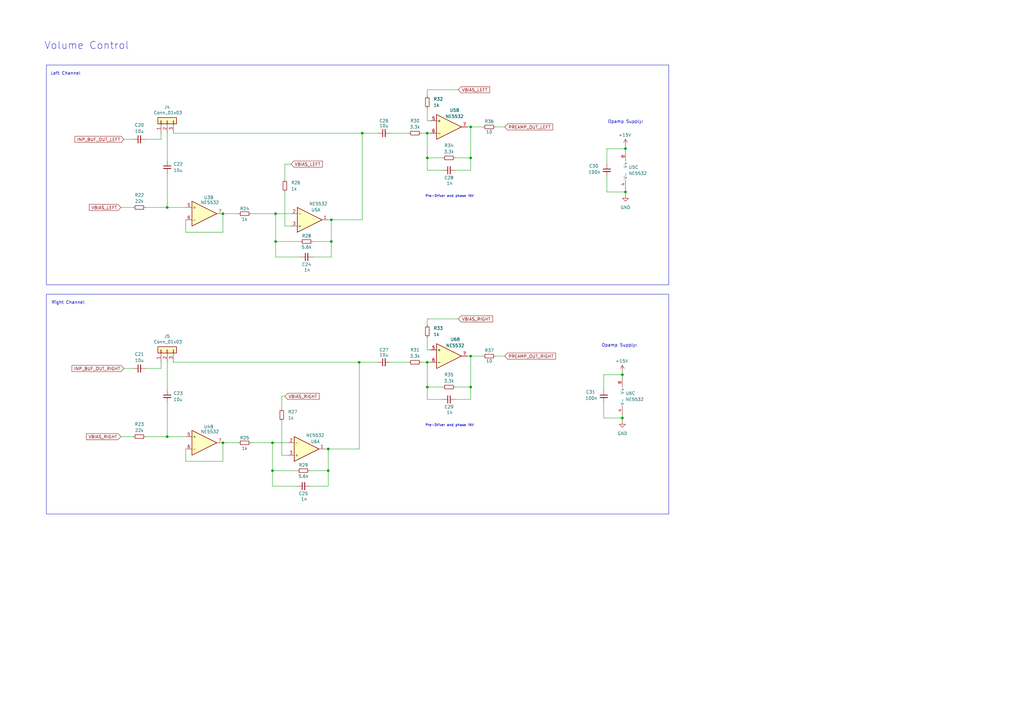
<source format=kicad_sch>
(kicad_sch
	(version 20231120)
	(generator "eeschema")
	(generator_version "8.0")
	(uuid "404e3bc7-1d80-4110-8784-cd8eab7bab64")
	(paper "A3")
	(title_block
		(title "Baxandaal Volume Control Stage")
		(company "Giug SRL")
	)
	(lib_symbols
		(symbol "Amplifier_Operational:NE5532"
			(pin_names
				(offset 0.127)
			)
			(exclude_from_sim no)
			(in_bom yes)
			(on_board yes)
			(property "Reference" "U"
				(at 0 5.08 0)
				(effects
					(font
						(size 1.27 1.27)
					)
					(justify left)
				)
			)
			(property "Value" "NE5532"
				(at 0 -5.08 0)
				(effects
					(font
						(size 1.27 1.27)
					)
					(justify left)
				)
			)
			(property "Footprint" ""
				(at 0 0 0)
				(effects
					(font
						(size 1.27 1.27)
					)
					(hide yes)
				)
			)
			(property "Datasheet" "http://www.ti.com/lit/ds/symlink/ne5532.pdf"
				(at 0 0 0)
				(effects
					(font
						(size 1.27 1.27)
					)
					(hide yes)
				)
			)
			(property "Description" "Dual Low-Noise Operational Amplifiers, DIP-8/SOIC-8"
				(at 0 0 0)
				(effects
					(font
						(size 1.27 1.27)
					)
					(hide yes)
				)
			)
			(property "ki_locked" ""
				(at 0 0 0)
				(effects
					(font
						(size 1.27 1.27)
					)
				)
			)
			(property "ki_keywords" "dual opamp"
				(at 0 0 0)
				(effects
					(font
						(size 1.27 1.27)
					)
					(hide yes)
				)
			)
			(property "ki_fp_filters" "SOIC*3.9x4.9mm*P1.27mm* DIP*W7.62mm* TO*99* OnSemi*Micro8* TSSOP*3x3mm*P0.65mm* TSSOP*4.4x3mm*P0.65mm* MSOP*3x3mm*P0.65mm* SSOP*3.9x4.9mm*P0.635mm* LFCSP*2x2mm*P0.5mm* *SIP* SOIC*5.3x6.2mm*P1.27mm*"
				(at 0 0 0)
				(effects
					(font
						(size 1.27 1.27)
					)
					(hide yes)
				)
			)
			(symbol "NE5532_1_1"
				(polyline
					(pts
						(xy -5.08 5.08) (xy 5.08 0) (xy -5.08 -5.08) (xy -5.08 5.08)
					)
					(stroke
						(width 0.254)
						(type default)
					)
					(fill
						(type background)
					)
				)
				(pin output line
					(at 7.62 0 180)
					(length 2.54)
					(name "~"
						(effects
							(font
								(size 1.27 1.27)
							)
						)
					)
					(number "1"
						(effects
							(font
								(size 1.27 1.27)
							)
						)
					)
				)
				(pin input line
					(at -7.62 -2.54 0)
					(length 2.54)
					(name "-"
						(effects
							(font
								(size 1.27 1.27)
							)
						)
					)
					(number "2"
						(effects
							(font
								(size 1.27 1.27)
							)
						)
					)
				)
				(pin input line
					(at -7.62 2.54 0)
					(length 2.54)
					(name "+"
						(effects
							(font
								(size 1.27 1.27)
							)
						)
					)
					(number "3"
						(effects
							(font
								(size 1.27 1.27)
							)
						)
					)
				)
			)
			(symbol "NE5532_2_1"
				(polyline
					(pts
						(xy -5.08 5.08) (xy 5.08 0) (xy -5.08 -5.08) (xy -5.08 5.08)
					)
					(stroke
						(width 0.254)
						(type default)
					)
					(fill
						(type background)
					)
				)
				(pin input line
					(at -7.62 2.54 0)
					(length 2.54)
					(name "+"
						(effects
							(font
								(size 1.27 1.27)
							)
						)
					)
					(number "5"
						(effects
							(font
								(size 1.27 1.27)
							)
						)
					)
				)
				(pin input line
					(at -7.62 -2.54 0)
					(length 2.54)
					(name "-"
						(effects
							(font
								(size 1.27 1.27)
							)
						)
					)
					(number "6"
						(effects
							(font
								(size 1.27 1.27)
							)
						)
					)
				)
				(pin output line
					(at 7.62 0 180)
					(length 2.54)
					(name "~"
						(effects
							(font
								(size 1.27 1.27)
							)
						)
					)
					(number "7"
						(effects
							(font
								(size 1.27 1.27)
							)
						)
					)
				)
			)
			(symbol "NE5532_3_1"
				(pin power_in line
					(at -2.54 -7.62 90)
					(length 3.81)
					(name "V-"
						(effects
							(font
								(size 1.27 1.27)
							)
						)
					)
					(number "4"
						(effects
							(font
								(size 1.27 1.27)
							)
						)
					)
				)
				(pin power_in line
					(at -2.54 7.62 270)
					(length 3.81)
					(name "V+"
						(effects
							(font
								(size 1.27 1.27)
							)
						)
					)
					(number "8"
						(effects
							(font
								(size 1.27 1.27)
							)
						)
					)
				)
			)
		)
		(symbol "Connector_Generic:Conn_01x03"
			(pin_names
				(offset 1.016) hide)
			(exclude_from_sim no)
			(in_bom yes)
			(on_board yes)
			(property "Reference" "J"
				(at 0 5.08 0)
				(effects
					(font
						(size 1.27 1.27)
					)
				)
			)
			(property "Value" "Conn_01x03"
				(at 0 -5.08 0)
				(effects
					(font
						(size 1.27 1.27)
					)
				)
			)
			(property "Footprint" ""
				(at 0 0 0)
				(effects
					(font
						(size 1.27 1.27)
					)
					(hide yes)
				)
			)
			(property "Datasheet" "~"
				(at 0 0 0)
				(effects
					(font
						(size 1.27 1.27)
					)
					(hide yes)
				)
			)
			(property "Description" "Generic connector, single row, 01x03, script generated (kicad-library-utils/schlib/autogen/connector/)"
				(at 0 0 0)
				(effects
					(font
						(size 1.27 1.27)
					)
					(hide yes)
				)
			)
			(property "ki_keywords" "connector"
				(at 0 0 0)
				(effects
					(font
						(size 1.27 1.27)
					)
					(hide yes)
				)
			)
			(property "ki_fp_filters" "Connector*:*_1x??_*"
				(at 0 0 0)
				(effects
					(font
						(size 1.27 1.27)
					)
					(hide yes)
				)
			)
			(symbol "Conn_01x03_1_1"
				(rectangle
					(start -1.27 -2.413)
					(end 0 -2.667)
					(stroke
						(width 0.1524)
						(type default)
					)
					(fill
						(type none)
					)
				)
				(rectangle
					(start -1.27 0.127)
					(end 0 -0.127)
					(stroke
						(width 0.1524)
						(type default)
					)
					(fill
						(type none)
					)
				)
				(rectangle
					(start -1.27 2.667)
					(end 0 2.413)
					(stroke
						(width 0.1524)
						(type default)
					)
					(fill
						(type none)
					)
				)
				(rectangle
					(start -1.27 3.81)
					(end 1.27 -3.81)
					(stroke
						(width 0.254)
						(type default)
					)
					(fill
						(type background)
					)
				)
				(pin passive line
					(at -5.08 2.54 0)
					(length 3.81)
					(name "Pin_1"
						(effects
							(font
								(size 1.27 1.27)
							)
						)
					)
					(number "1"
						(effects
							(font
								(size 1.27 1.27)
							)
						)
					)
				)
				(pin passive line
					(at -5.08 0 0)
					(length 3.81)
					(name "Pin_2"
						(effects
							(font
								(size 1.27 1.27)
							)
						)
					)
					(number "2"
						(effects
							(font
								(size 1.27 1.27)
							)
						)
					)
				)
				(pin passive line
					(at -5.08 -2.54 0)
					(length 3.81)
					(name "Pin_3"
						(effects
							(font
								(size 1.27 1.27)
							)
						)
					)
					(number "3"
						(effects
							(font
								(size 1.27 1.27)
							)
						)
					)
				)
			)
		)
		(symbol "Device:C_Small"
			(pin_numbers hide)
			(pin_names
				(offset 0.254) hide)
			(exclude_from_sim no)
			(in_bom yes)
			(on_board yes)
			(property "Reference" "C"
				(at 0.254 1.778 0)
				(effects
					(font
						(size 1.27 1.27)
					)
					(justify left)
				)
			)
			(property "Value" "C_Small"
				(at 0.254 -2.032 0)
				(effects
					(font
						(size 1.27 1.27)
					)
					(justify left)
				)
			)
			(property "Footprint" ""
				(at 0 0 0)
				(effects
					(font
						(size 1.27 1.27)
					)
					(hide yes)
				)
			)
			(property "Datasheet" "~"
				(at 0 0 0)
				(effects
					(font
						(size 1.27 1.27)
					)
					(hide yes)
				)
			)
			(property "Description" "Unpolarized capacitor, small symbol"
				(at 0 0 0)
				(effects
					(font
						(size 1.27 1.27)
					)
					(hide yes)
				)
			)
			(property "ki_keywords" "capacitor cap"
				(at 0 0 0)
				(effects
					(font
						(size 1.27 1.27)
					)
					(hide yes)
				)
			)
			(property "ki_fp_filters" "C_*"
				(at 0 0 0)
				(effects
					(font
						(size 1.27 1.27)
					)
					(hide yes)
				)
			)
			(symbol "C_Small_0_1"
				(polyline
					(pts
						(xy -1.524 -0.508) (xy 1.524 -0.508)
					)
					(stroke
						(width 0.3302)
						(type default)
					)
					(fill
						(type none)
					)
				)
				(polyline
					(pts
						(xy -1.524 0.508) (xy 1.524 0.508)
					)
					(stroke
						(width 0.3048)
						(type default)
					)
					(fill
						(type none)
					)
				)
			)
			(symbol "C_Small_1_1"
				(pin passive line
					(at 0 2.54 270)
					(length 2.032)
					(name "~"
						(effects
							(font
								(size 1.27 1.27)
							)
						)
					)
					(number "1"
						(effects
							(font
								(size 1.27 1.27)
							)
						)
					)
				)
				(pin passive line
					(at 0 -2.54 90)
					(length 2.032)
					(name "~"
						(effects
							(font
								(size 1.27 1.27)
							)
						)
					)
					(number "2"
						(effects
							(font
								(size 1.27 1.27)
							)
						)
					)
				)
			)
		)
		(symbol "Device:R_Small"
			(pin_numbers hide)
			(pin_names
				(offset 0.254) hide)
			(exclude_from_sim no)
			(in_bom yes)
			(on_board yes)
			(property "Reference" "R"
				(at 0.762 0.508 0)
				(effects
					(font
						(size 1.27 1.27)
					)
					(justify left)
				)
			)
			(property "Value" "R_Small"
				(at 0.762 -1.016 0)
				(effects
					(font
						(size 1.27 1.27)
					)
					(justify left)
				)
			)
			(property "Footprint" ""
				(at 0 0 0)
				(effects
					(font
						(size 1.27 1.27)
					)
					(hide yes)
				)
			)
			(property "Datasheet" "~"
				(at 0 0 0)
				(effects
					(font
						(size 1.27 1.27)
					)
					(hide yes)
				)
			)
			(property "Description" "Resistor, small symbol"
				(at 0 0 0)
				(effects
					(font
						(size 1.27 1.27)
					)
					(hide yes)
				)
			)
			(property "ki_keywords" "R resistor"
				(at 0 0 0)
				(effects
					(font
						(size 1.27 1.27)
					)
					(hide yes)
				)
			)
			(property "ki_fp_filters" "R_*"
				(at 0 0 0)
				(effects
					(font
						(size 1.27 1.27)
					)
					(hide yes)
				)
			)
			(symbol "R_Small_0_1"
				(rectangle
					(start -0.762 1.778)
					(end 0.762 -1.778)
					(stroke
						(width 0.2032)
						(type default)
					)
					(fill
						(type none)
					)
				)
			)
			(symbol "R_Small_1_1"
				(pin passive line
					(at 0 2.54 270)
					(length 0.762)
					(name "~"
						(effects
							(font
								(size 1.27 1.27)
							)
						)
					)
					(number "1"
						(effects
							(font
								(size 1.27 1.27)
							)
						)
					)
				)
				(pin passive line
					(at 0 -2.54 90)
					(length 0.762)
					(name "~"
						(effects
							(font
								(size 1.27 1.27)
							)
						)
					)
					(number "2"
						(effects
							(font
								(size 1.27 1.27)
							)
						)
					)
				)
			)
		)
		(symbol "power:+15V"
			(power)
			(pin_numbers hide)
			(pin_names
				(offset 0) hide)
			(exclude_from_sim no)
			(in_bom yes)
			(on_board yes)
			(property "Reference" "#PWR"
				(at 0 -3.81 0)
				(effects
					(font
						(size 1.27 1.27)
					)
					(hide yes)
				)
			)
			(property "Value" "+15V"
				(at 0 3.556 0)
				(effects
					(font
						(size 1.27 1.27)
					)
				)
			)
			(property "Footprint" ""
				(at 0 0 0)
				(effects
					(font
						(size 1.27 1.27)
					)
					(hide yes)
				)
			)
			(property "Datasheet" ""
				(at 0 0 0)
				(effects
					(font
						(size 1.27 1.27)
					)
					(hide yes)
				)
			)
			(property "Description" "Power symbol creates a global label with name \"+15V\""
				(at 0 0 0)
				(effects
					(font
						(size 1.27 1.27)
					)
					(hide yes)
				)
			)
			(property "ki_keywords" "global power"
				(at 0 0 0)
				(effects
					(font
						(size 1.27 1.27)
					)
					(hide yes)
				)
			)
			(symbol "+15V_0_1"
				(polyline
					(pts
						(xy -0.762 1.27) (xy 0 2.54)
					)
					(stroke
						(width 0)
						(type default)
					)
					(fill
						(type none)
					)
				)
				(polyline
					(pts
						(xy 0 0) (xy 0 2.54)
					)
					(stroke
						(width 0)
						(type default)
					)
					(fill
						(type none)
					)
				)
				(polyline
					(pts
						(xy 0 2.54) (xy 0.762 1.27)
					)
					(stroke
						(width 0)
						(type default)
					)
					(fill
						(type none)
					)
				)
			)
			(symbol "+15V_1_1"
				(pin power_in line
					(at 0 0 90)
					(length 0)
					(name "~"
						(effects
							(font
								(size 1.27 1.27)
							)
						)
					)
					(number "1"
						(effects
							(font
								(size 1.27 1.27)
							)
						)
					)
				)
			)
		)
		(symbol "power:GND"
			(power)
			(pin_numbers hide)
			(pin_names
				(offset 0) hide)
			(exclude_from_sim no)
			(in_bom yes)
			(on_board yes)
			(property "Reference" "#PWR"
				(at 0 -6.35 0)
				(effects
					(font
						(size 1.27 1.27)
					)
					(hide yes)
				)
			)
			(property "Value" "GND"
				(at 0 -3.81 0)
				(effects
					(font
						(size 1.27 1.27)
					)
				)
			)
			(property "Footprint" ""
				(at 0 0 0)
				(effects
					(font
						(size 1.27 1.27)
					)
					(hide yes)
				)
			)
			(property "Datasheet" ""
				(at 0 0 0)
				(effects
					(font
						(size 1.27 1.27)
					)
					(hide yes)
				)
			)
			(property "Description" "Power symbol creates a global label with name \"GND\" , ground"
				(at 0 0 0)
				(effects
					(font
						(size 1.27 1.27)
					)
					(hide yes)
				)
			)
			(property "ki_keywords" "global power"
				(at 0 0 0)
				(effects
					(font
						(size 1.27 1.27)
					)
					(hide yes)
				)
			)
			(symbol "GND_0_1"
				(polyline
					(pts
						(xy 0 0) (xy 0 -1.27) (xy 1.27 -1.27) (xy 0 -2.54) (xy -1.27 -1.27) (xy 0 -1.27)
					)
					(stroke
						(width 0)
						(type default)
					)
					(fill
						(type none)
					)
				)
			)
			(symbol "GND_1_1"
				(pin power_in line
					(at 0 0 270)
					(length 0)
					(name "~"
						(effects
							(font
								(size 1.27 1.27)
							)
						)
					)
					(number "1"
						(effects
							(font
								(size 1.27 1.27)
							)
						)
					)
				)
			)
		)
	)
	(junction
		(at 91.44 181.61)
		(diameter 0)
		(color 0 0 0 0)
		(uuid "0adb89c0-6234-4a8e-b6c3-f9c7f787e3c2")
	)
	(junction
		(at 193.04 158.75)
		(diameter 0)
		(color 0 0 0 0)
		(uuid "245128d2-3c21-4185-b091-0de19039c78d")
	)
	(junction
		(at 111.76 181.61)
		(diameter 0)
		(color 0 0 0 0)
		(uuid "2bc1c500-ca8a-44d3-b9c1-dcea316e4911")
	)
	(junction
		(at 135.89 90.17)
		(diameter 0)
		(color 0 0 0 0)
		(uuid "35908582-254f-4f5d-bc31-fedc35679af8")
	)
	(junction
		(at 135.89 99.06)
		(diameter 0)
		(color 0 0 0 0)
		(uuid "372e8bd3-c028-4bf3-8977-374d783f3a56")
	)
	(junction
		(at 193.04 146.05)
		(diameter 0)
		(color 0 0 0 0)
		(uuid "448ebb3c-5e4f-409a-998d-f13a51d88512")
	)
	(junction
		(at 134.62 184.15)
		(diameter 0)
		(color 0 0 0 0)
		(uuid "4dfb04d2-9d7a-439d-97ea-f4265dfa87fa")
	)
	(junction
		(at 175.26 64.77)
		(diameter 0)
		(color 0 0 0 0)
		(uuid "4e3689d2-9938-4f73-91ca-7e0821d8679f")
	)
	(junction
		(at 68.58 179.07)
		(diameter 0)
		(color 0 0 0 0)
		(uuid "4f768522-196c-4748-bf78-cf3efeed6b28")
	)
	(junction
		(at 113.03 87.63)
		(diameter 0)
		(color 0 0 0 0)
		(uuid "53ed300b-f0bf-462e-8b0f-eeed8c2b661a")
	)
	(junction
		(at 256.54 78.74)
		(diameter 0)
		(color 0 0 0 0)
		(uuid "6eba3d3a-6c50-46f9-b0fc-b0be531b7f75")
	)
	(junction
		(at 193.04 52.07)
		(diameter 0)
		(color 0 0 0 0)
		(uuid "73d39965-aa93-45de-a548-84b93dd774b3")
	)
	(junction
		(at 147.32 148.59)
		(diameter 0)
		(color 0 0 0 0)
		(uuid "82f0ebe6-7e4d-4753-a5bf-e9712dae727a")
	)
	(junction
		(at 175.26 148.59)
		(diameter 0)
		(color 0 0 0 0)
		(uuid "8fef2654-692a-4837-94b3-dcbe51c1be09")
	)
	(junction
		(at 193.04 64.77)
		(diameter 0)
		(color 0 0 0 0)
		(uuid "af567776-a5e9-403e-a9ec-b1acb52a8f2a")
	)
	(junction
		(at 255.27 171.45)
		(diameter 0)
		(color 0 0 0 0)
		(uuid "b3f8fe42-c162-423a-8989-02cc00526cb1")
	)
	(junction
		(at 113.03 99.06)
		(diameter 0)
		(color 0 0 0 0)
		(uuid "b48787a7-ebf5-468e-bdca-c5cdfc7c1413")
	)
	(junction
		(at 68.58 85.09)
		(diameter 0)
		(color 0 0 0 0)
		(uuid "b6c98c1c-b611-463e-adc6-6a0476e1848c")
	)
	(junction
		(at 256.54 60.96)
		(diameter 0)
		(color 0 0 0 0)
		(uuid "ba763661-e5df-4f8f-9ca2-1c6a1dddacab")
	)
	(junction
		(at 148.59 54.61)
		(diameter 0)
		(color 0 0 0 0)
		(uuid "bb95d7d1-bf88-4d7e-886b-e662fc7ac0e9")
	)
	(junction
		(at 91.44 87.63)
		(diameter 0)
		(color 0 0 0 0)
		(uuid "bf55d13c-f2e3-463a-aad5-8646b7afc9ca")
	)
	(junction
		(at 111.76 193.04)
		(diameter 0)
		(color 0 0 0 0)
		(uuid "c33aee03-4489-409f-b4cd-c99c3a9ee6fc")
	)
	(junction
		(at 255.27 153.67)
		(diameter 0)
		(color 0 0 0 0)
		(uuid "c69e9b95-a381-42c6-80ab-fc5152f72e4b")
	)
	(junction
		(at 134.62 193.04)
		(diameter 0)
		(color 0 0 0 0)
		(uuid "d421af5e-5cf5-4ee9-9959-71c2b05d8c7d")
	)
	(junction
		(at 175.26 54.61)
		(diameter 0)
		(color 0 0 0 0)
		(uuid "e17b8b9c-2751-4cad-8711-326bee89a16c")
	)
	(junction
		(at 175.26 158.75)
		(diameter 0)
		(color 0 0 0 0)
		(uuid "fa9193ad-aab9-496f-9c85-4fddae4dab5b")
	)
	(wire
		(pts
			(xy 248.92 67.31) (xy 248.92 60.96)
		)
		(stroke
			(width 0)
			(type default)
		)
		(uuid "00d29d9f-066d-43d3-962d-df9b1a0dc579")
	)
	(wire
		(pts
			(xy 50.8 151.13) (xy 54.61 151.13)
		)
		(stroke
			(width 0)
			(type default)
		)
		(uuid "01681236-4e35-4c4c-b491-733f7fcfa4c7")
	)
	(wire
		(pts
			(xy 102.87 181.61) (xy 111.76 181.61)
		)
		(stroke
			(width 0)
			(type default)
		)
		(uuid "023a93c2-be4d-456e-8778-9e4d063cd70c")
	)
	(wire
		(pts
			(xy 181.61 163.83) (xy 175.26 163.83)
		)
		(stroke
			(width 0)
			(type default)
		)
		(uuid "029c96fa-84c1-4df3-8582-1f311a4ee025")
	)
	(wire
		(pts
			(xy 172.72 148.59) (xy 175.26 148.59)
		)
		(stroke
			(width 0)
			(type default)
		)
		(uuid "03548007-0f6a-4585-a46b-032374c2e1dc")
	)
	(wire
		(pts
			(xy 148.59 54.61) (xy 154.94 54.61)
		)
		(stroke
			(width 0)
			(type default)
		)
		(uuid "0545a4e6-0f9b-4e77-b2ac-3e519ea40935")
	)
	(wire
		(pts
			(xy 256.54 60.96) (xy 256.54 62.23)
		)
		(stroke
			(width 0)
			(type default)
		)
		(uuid "0a5420d8-0476-4ff6-881d-d06a2bd3dac3")
	)
	(wire
		(pts
			(xy 135.89 99.06) (xy 135.89 90.17)
		)
		(stroke
			(width 0)
			(type default)
		)
		(uuid "0aedd72d-7b50-4e27-9200-7237bdc3449e")
	)
	(wire
		(pts
			(xy 256.54 78.74) (xy 256.54 77.47)
		)
		(stroke
			(width 0)
			(type default)
		)
		(uuid "0d84b51a-b200-4445-8791-3c92148a9c1c")
	)
	(wire
		(pts
			(xy 175.26 163.83) (xy 175.26 158.75)
		)
		(stroke
			(width 0)
			(type default)
		)
		(uuid "0e93cca6-9d36-403e-897b-3316a2c91060")
	)
	(wire
		(pts
			(xy 71.12 148.59) (xy 147.32 148.59)
		)
		(stroke
			(width 0)
			(type default)
		)
		(uuid "12133028-d571-4634-a793-33f9a60b9239")
	)
	(wire
		(pts
			(xy 193.04 64.77) (xy 193.04 52.07)
		)
		(stroke
			(width 0)
			(type default)
		)
		(uuid "21aabde9-654b-45a8-b672-3221c0de586d")
	)
	(wire
		(pts
			(xy 255.27 153.67) (xy 255.27 152.4)
		)
		(stroke
			(width 0)
			(type default)
		)
		(uuid "230a94a0-b7b6-4480-bfe7-bdd6f461a719")
	)
	(wire
		(pts
			(xy 147.32 184.15) (xy 147.32 148.59)
		)
		(stroke
			(width 0)
			(type default)
		)
		(uuid "24390cfc-4d0d-41e6-a57d-0c3ce6a1b895")
	)
	(wire
		(pts
			(xy 111.76 181.61) (xy 118.11 181.61)
		)
		(stroke
			(width 0)
			(type default)
		)
		(uuid "24c35087-3d6a-4ce9-b762-1c981c5e528a")
	)
	(wire
		(pts
			(xy 193.04 146.05) (xy 191.77 146.05)
		)
		(stroke
			(width 0)
			(type default)
		)
		(uuid "25ac3686-c8d0-40f0-a2af-28548bc69813")
	)
	(wire
		(pts
			(xy 121.92 199.39) (xy 111.76 199.39)
		)
		(stroke
			(width 0)
			(type default)
		)
		(uuid "2652d868-d607-41db-9953-b2863f790846")
	)
	(wire
		(pts
			(xy 91.44 181.61) (xy 97.79 181.61)
		)
		(stroke
			(width 0)
			(type default)
		)
		(uuid "27081f78-c338-48d4-a045-bab4650c13f7")
	)
	(wire
		(pts
			(xy 247.65 165.1) (xy 247.65 171.45)
		)
		(stroke
			(width 0)
			(type default)
		)
		(uuid "285cf758-592c-486d-b309-207e723a7e3f")
	)
	(wire
		(pts
			(xy 127 193.04) (xy 134.62 193.04)
		)
		(stroke
			(width 0)
			(type default)
		)
		(uuid "287356d7-221b-404e-918a-731e7a4e7ee0")
	)
	(wire
		(pts
			(xy 135.89 90.17) (xy 134.62 90.17)
		)
		(stroke
			(width 0)
			(type default)
		)
		(uuid "28cab335-35a0-40be-858b-ab361b7b73ae")
	)
	(wire
		(pts
			(xy 134.62 199.39) (xy 134.62 193.04)
		)
		(stroke
			(width 0)
			(type default)
		)
		(uuid "2acf755b-8ad3-4334-9511-5b74b6abaee8")
	)
	(wire
		(pts
			(xy 68.58 148.59) (xy 68.58 160.02)
		)
		(stroke
			(width 0)
			(type default)
		)
		(uuid "377c4489-8293-4534-aa38-678d5e52dee9")
	)
	(wire
		(pts
			(xy 68.58 165.1) (xy 68.58 179.07)
		)
		(stroke
			(width 0)
			(type default)
		)
		(uuid "378eb572-871e-44c4-8d6b-c4d8ed591624")
	)
	(wire
		(pts
			(xy 111.76 199.39) (xy 111.76 193.04)
		)
		(stroke
			(width 0)
			(type default)
		)
		(uuid "37baa518-d6a3-41c8-9637-a702ad4560ab")
	)
	(wire
		(pts
			(xy 115.57 186.69) (xy 118.11 186.69)
		)
		(stroke
			(width 0)
			(type default)
		)
		(uuid "39183801-83cc-490d-a52a-161ab2a41dd6")
	)
	(wire
		(pts
			(xy 175.26 54.61) (xy 175.26 64.77)
		)
		(stroke
			(width 0)
			(type default)
		)
		(uuid "3af4ef0e-09e5-4916-ba1d-f32319d3148c")
	)
	(wire
		(pts
			(xy 191.77 52.07) (xy 193.04 52.07)
		)
		(stroke
			(width 0)
			(type default)
		)
		(uuid "3c2cb117-18ec-4760-8ad9-39deb40fda3d")
	)
	(wire
		(pts
			(xy 111.76 193.04) (xy 111.76 181.61)
		)
		(stroke
			(width 0)
			(type default)
		)
		(uuid "409b570e-8a25-424a-8a04-b25f036ce67c")
	)
	(wire
		(pts
			(xy 66.04 57.15) (xy 66.04 54.61)
		)
		(stroke
			(width 0)
			(type default)
		)
		(uuid "40f026c9-2d95-4ccf-abd2-46624e570e31")
	)
	(wire
		(pts
			(xy 175.26 143.51) (xy 176.53 143.51)
		)
		(stroke
			(width 0)
			(type default)
		)
		(uuid "4194ee4c-6edb-4894-a853-23dd036046d4")
	)
	(wire
		(pts
			(xy 115.57 172.72) (xy 115.57 186.69)
		)
		(stroke
			(width 0)
			(type default)
		)
		(uuid "422b09fa-9228-4e59-82cf-447cf4c13581")
	)
	(wire
		(pts
			(xy 134.62 184.15) (xy 133.35 184.15)
		)
		(stroke
			(width 0)
			(type default)
		)
		(uuid "4dfd9972-08bd-4ff3-9ab6-2dcaac15941c")
	)
	(wire
		(pts
			(xy 256.54 78.74) (xy 256.54 80.01)
		)
		(stroke
			(width 0)
			(type default)
		)
		(uuid "5011dcb9-5d9b-4242-a0ca-c34507651bbc")
	)
	(wire
		(pts
			(xy 175.26 133.35) (xy 175.26 130.81)
		)
		(stroke
			(width 0)
			(type default)
		)
		(uuid "50914232-55bc-4146-8fab-1ad5fd272f1e")
	)
	(wire
		(pts
			(xy 175.26 148.59) (xy 175.26 158.75)
		)
		(stroke
			(width 0)
			(type default)
		)
		(uuid "51127393-5ba1-4a09-b3ba-64c902b743df")
	)
	(wire
		(pts
			(xy 76.2 95.25) (xy 91.44 95.25)
		)
		(stroke
			(width 0)
			(type default)
		)
		(uuid "56847805-8175-48f1-8d91-6f747a8b3151")
	)
	(wire
		(pts
			(xy 193.04 52.07) (xy 198.12 52.07)
		)
		(stroke
			(width 0)
			(type default)
		)
		(uuid "58521099-9836-4d0e-871b-ecf9e30457b2")
	)
	(wire
		(pts
			(xy 175.26 143.51) (xy 175.26 138.43)
		)
		(stroke
			(width 0)
			(type default)
		)
		(uuid "58da5b66-08c4-40d2-a61d-ee55d737b0d2")
	)
	(wire
		(pts
			(xy 256.54 78.74) (xy 248.92 78.74)
		)
		(stroke
			(width 0)
			(type default)
		)
		(uuid "5a1c361f-5694-4528-9137-7c716287bd08")
	)
	(wire
		(pts
			(xy 71.12 54.61) (xy 148.59 54.61)
		)
		(stroke
			(width 0)
			(type default)
		)
		(uuid "5bdf21db-14f9-447e-9938-501ef1223adf")
	)
	(wire
		(pts
			(xy 193.04 158.75) (xy 193.04 146.05)
		)
		(stroke
			(width 0)
			(type default)
		)
		(uuid "66ec8d31-7467-4612-b377-f8a2d987ad74")
	)
	(wire
		(pts
			(xy 59.69 151.13) (xy 66.04 151.13)
		)
		(stroke
			(width 0)
			(type default)
		)
		(uuid "68e6984a-cb8c-49bd-8866-11aa227d5210")
	)
	(wire
		(pts
			(xy 160.02 54.61) (xy 167.64 54.61)
		)
		(stroke
			(width 0)
			(type default)
		)
		(uuid "69ee79ca-9769-4fe8-ad91-1d042d5544df")
	)
	(wire
		(pts
			(xy 59.69 57.15) (xy 66.04 57.15)
		)
		(stroke
			(width 0)
			(type default)
		)
		(uuid "6cdfdd8f-f60d-471a-a7fe-75c85a2cd439")
	)
	(wire
		(pts
			(xy 66.04 151.13) (xy 66.04 148.59)
		)
		(stroke
			(width 0)
			(type default)
		)
		(uuid "6e2682fc-f3c2-4b0c-a19c-078619114cf4")
	)
	(wire
		(pts
			(xy 49.53 85.09) (xy 54.61 85.09)
		)
		(stroke
			(width 0)
			(type default)
		)
		(uuid "6f792e50-3a8b-43e7-b2d1-f0630dbc9b37")
	)
	(wire
		(pts
			(xy 248.92 72.39) (xy 248.92 78.74)
		)
		(stroke
			(width 0)
			(type default)
		)
		(uuid "706e47d2-a236-40f6-bfaf-909c7a290484")
	)
	(wire
		(pts
			(xy 113.03 99.06) (xy 113.03 87.63)
		)
		(stroke
			(width 0)
			(type default)
		)
		(uuid "709e8974-dcce-473b-8022-63ab0d3391ad")
	)
	(wire
		(pts
			(xy 255.27 171.45) (xy 255.27 170.18)
		)
		(stroke
			(width 0)
			(type default)
		)
		(uuid "712fdf13-d48f-4eb0-b681-720beb8feb50")
	)
	(wire
		(pts
			(xy 128.27 105.41) (xy 135.89 105.41)
		)
		(stroke
			(width 0)
			(type default)
		)
		(uuid "7300dc53-a455-4d54-8bbb-f882c948faed")
	)
	(wire
		(pts
			(xy 135.89 90.17) (xy 148.59 90.17)
		)
		(stroke
			(width 0)
			(type default)
		)
		(uuid "74fe8cd1-f844-4f30-9a9c-39e1cce5205f")
	)
	(wire
		(pts
			(xy 255.27 171.45) (xy 247.65 171.45)
		)
		(stroke
			(width 0)
			(type default)
		)
		(uuid "75450e07-9518-4153-804f-b180f0a3e86e")
	)
	(wire
		(pts
			(xy 91.44 95.25) (xy 91.44 87.63)
		)
		(stroke
			(width 0)
			(type default)
		)
		(uuid "76b62510-24ee-4c1c-ba9a-021dba031e3b")
	)
	(wire
		(pts
			(xy 59.69 85.09) (xy 68.58 85.09)
		)
		(stroke
			(width 0)
			(type default)
		)
		(uuid "76c048fe-ce73-4c58-8d04-d3e83f950021")
	)
	(wire
		(pts
			(xy 128.27 99.06) (xy 135.89 99.06)
		)
		(stroke
			(width 0)
			(type default)
		)
		(uuid "77eb8b46-5034-4f5a-9eef-31989c0af620")
	)
	(wire
		(pts
			(xy 175.26 130.81) (xy 187.96 130.81)
		)
		(stroke
			(width 0)
			(type default)
		)
		(uuid "78c7009c-df06-4b74-a015-a84f532ebb5c")
	)
	(wire
		(pts
			(xy 116.84 92.71) (xy 119.38 92.71)
		)
		(stroke
			(width 0)
			(type default)
		)
		(uuid "792308dc-6738-4536-a163-34cbe9b041ea")
	)
	(wire
		(pts
			(xy 255.27 153.67) (xy 255.27 154.94)
		)
		(stroke
			(width 0)
			(type default)
		)
		(uuid "7941449e-4d48-4639-bf81-e294383d9050")
	)
	(wire
		(pts
			(xy 186.69 158.75) (xy 193.04 158.75)
		)
		(stroke
			(width 0)
			(type default)
		)
		(uuid "7967bb80-9e81-4b08-882f-49932b3ed8fe")
	)
	(wire
		(pts
			(xy 175.26 39.37) (xy 175.26 36.83)
		)
		(stroke
			(width 0)
			(type default)
		)
		(uuid "7a97e54a-15c3-487e-bc88-a2eb60982a0c")
	)
	(wire
		(pts
			(xy 175.26 49.53) (xy 176.53 49.53)
		)
		(stroke
			(width 0)
			(type default)
		)
		(uuid "7c6ed1b6-7bba-4ab8-8b57-0fc72f9186ee")
	)
	(wire
		(pts
			(xy 193.04 146.05) (xy 198.12 146.05)
		)
		(stroke
			(width 0)
			(type default)
		)
		(uuid "7ec12084-0b48-4510-9791-2d4144afa0dc")
	)
	(wire
		(pts
			(xy 175.26 49.53) (xy 175.26 44.45)
		)
		(stroke
			(width 0)
			(type default)
		)
		(uuid "7ec97e10-c8ed-4c92-ba79-4c8840878014")
	)
	(wire
		(pts
			(xy 175.26 54.61) (xy 176.53 54.61)
		)
		(stroke
			(width 0)
			(type default)
		)
		(uuid "819ff570-7ed7-4c75-a9d2-d30611d99d5b")
	)
	(wire
		(pts
			(xy 115.57 167.64) (xy 115.57 162.56)
		)
		(stroke
			(width 0)
			(type default)
		)
		(uuid "82ec57a2-e453-4167-ba55-0224196896dd")
	)
	(wire
		(pts
			(xy 123.19 105.41) (xy 113.03 105.41)
		)
		(stroke
			(width 0)
			(type default)
		)
		(uuid "83ffc747-f3fb-4e94-9177-0ff327d5f18d")
	)
	(wire
		(pts
			(xy 116.84 78.74) (xy 116.84 92.71)
		)
		(stroke
			(width 0)
			(type default)
		)
		(uuid "84709596-dec6-4fdd-9d5c-0ff5a462e93e")
	)
	(wire
		(pts
			(xy 116.84 67.31) (xy 119.38 67.31)
		)
		(stroke
			(width 0)
			(type default)
		)
		(uuid "87c1f643-59a4-478c-bfc8-3f05f86f65e2")
	)
	(wire
		(pts
			(xy 203.2 146.05) (xy 207.01 146.05)
		)
		(stroke
			(width 0)
			(type default)
		)
		(uuid "9af264d0-1689-4081-bd5b-eea9bf1935bc")
	)
	(wire
		(pts
			(xy 175.26 36.83) (xy 187.96 36.83)
		)
		(stroke
			(width 0)
			(type default)
		)
		(uuid "9bea5901-d9bc-4544-ac3b-e018cb17acfa")
	)
	(wire
		(pts
			(xy 193.04 163.83) (xy 193.04 158.75)
		)
		(stroke
			(width 0)
			(type default)
		)
		(uuid "9d7dbc83-a12c-4694-b21f-924aff6491b9")
	)
	(wire
		(pts
			(xy 134.62 184.15) (xy 147.32 184.15)
		)
		(stroke
			(width 0)
			(type default)
		)
		(uuid "9f03aee8-34d5-4783-a099-9a13ab41dc52")
	)
	(wire
		(pts
			(xy 247.65 160.02) (xy 247.65 153.67)
		)
		(stroke
			(width 0)
			(type default)
		)
		(uuid "9f1d9cb8-1242-4e7d-a84f-a77b83c97fb3")
	)
	(wire
		(pts
			(xy 76.2 184.15) (xy 76.2 189.23)
		)
		(stroke
			(width 0)
			(type default)
		)
		(uuid "a7f68f1e-f218-46bd-985b-1b4bc1ee18ac")
	)
	(wire
		(pts
			(xy 50.8 57.15) (xy 54.61 57.15)
		)
		(stroke
			(width 0)
			(type default)
		)
		(uuid "acba113e-83c7-4cb6-8fde-5bab2c3582f5")
	)
	(wire
		(pts
			(xy 193.04 69.85) (xy 193.04 64.77)
		)
		(stroke
			(width 0)
			(type default)
		)
		(uuid "af1583a8-4ed7-4257-8c1f-90399d39730d")
	)
	(wire
		(pts
			(xy 113.03 105.41) (xy 113.03 99.06)
		)
		(stroke
			(width 0)
			(type default)
		)
		(uuid "b1738dea-22c9-4971-9a3b-3c8fa5cf6bf6")
	)
	(wire
		(pts
			(xy 147.32 148.59) (xy 154.94 148.59)
		)
		(stroke
			(width 0)
			(type default)
		)
		(uuid "b36be22b-080a-4e42-87cc-8c6c7484fa6a")
	)
	(wire
		(pts
			(xy 181.61 69.85) (xy 175.26 69.85)
		)
		(stroke
			(width 0)
			(type default)
		)
		(uuid "b449a542-9743-45e9-9087-403347b4c6ed")
	)
	(wire
		(pts
			(xy 135.89 105.41) (xy 135.89 99.06)
		)
		(stroke
			(width 0)
			(type default)
		)
		(uuid "b4e86a3d-dd6f-4fd6-9845-7e7a7f304f7a")
	)
	(wire
		(pts
			(xy 172.72 54.61) (xy 175.26 54.61)
		)
		(stroke
			(width 0)
			(type default)
		)
		(uuid "b5358c7c-0e7a-496e-b7b2-0dde894eb3e8")
	)
	(wire
		(pts
			(xy 186.69 64.77) (xy 193.04 64.77)
		)
		(stroke
			(width 0)
			(type default)
		)
		(uuid "b76e3d3e-32d9-43c5-82e7-24e61ad263c2")
	)
	(wire
		(pts
			(xy 76.2 189.23) (xy 91.44 189.23)
		)
		(stroke
			(width 0)
			(type default)
		)
		(uuid "b8ac0332-20a6-4f9d-ad33-85601deabd73")
	)
	(wire
		(pts
			(xy 175.26 64.77) (xy 181.61 64.77)
		)
		(stroke
			(width 0)
			(type default)
		)
		(uuid "baf4fef3-2e51-4542-a202-3d523a7efd03")
	)
	(wire
		(pts
			(xy 123.19 99.06) (xy 113.03 99.06)
		)
		(stroke
			(width 0)
			(type default)
		)
		(uuid "bd6d6a93-1829-4eff-903c-76f8c956321e")
	)
	(wire
		(pts
			(xy 49.53 179.07) (xy 54.61 179.07)
		)
		(stroke
			(width 0)
			(type default)
		)
		(uuid "bf7da57a-b510-4a7f-9d62-69f41026e6e7")
	)
	(wire
		(pts
			(xy 203.2 52.07) (xy 207.01 52.07)
		)
		(stroke
			(width 0)
			(type default)
		)
		(uuid "c3348b25-56c5-4af2-afff-7e49149acc41")
	)
	(wire
		(pts
			(xy 186.69 69.85) (xy 193.04 69.85)
		)
		(stroke
			(width 0)
			(type default)
		)
		(uuid "ccbc4bf5-9d5c-4fab-b2c6-0f7627b19192")
	)
	(wire
		(pts
			(xy 68.58 54.61) (xy 68.58 66.04)
		)
		(stroke
			(width 0)
			(type default)
		)
		(uuid "ceeb6159-4329-4a6c-aff9-377b7067bf4b")
	)
	(wire
		(pts
			(xy 76.2 90.17) (xy 76.2 95.25)
		)
		(stroke
			(width 0)
			(type default)
		)
		(uuid "cf2df8e3-7c83-4325-8893-5d4fe73a1a61")
	)
	(wire
		(pts
			(xy 91.44 189.23) (xy 91.44 181.61)
		)
		(stroke
			(width 0)
			(type default)
		)
		(uuid "d64c5da7-f34f-44d4-932d-c60475428b9b")
	)
	(wire
		(pts
			(xy 68.58 85.09) (xy 76.2 85.09)
		)
		(stroke
			(width 0)
			(type default)
		)
		(uuid "d6957e12-51b0-43a7-88f9-8ea782d79599")
	)
	(wire
		(pts
			(xy 175.26 158.75) (xy 181.61 158.75)
		)
		(stroke
			(width 0)
			(type default)
		)
		(uuid "d8ca6eae-5f11-4c10-9e50-3c588472ac95")
	)
	(wire
		(pts
			(xy 247.65 153.67) (xy 255.27 153.67)
		)
		(stroke
			(width 0)
			(type default)
		)
		(uuid "dafd6144-c2f6-44c1-a902-3c04202d34b2")
	)
	(wire
		(pts
			(xy 248.92 60.96) (xy 256.54 60.96)
		)
		(stroke
			(width 0)
			(type default)
		)
		(uuid "dce64b37-7529-4645-814e-4d68f67df3e8")
	)
	(wire
		(pts
			(xy 148.59 90.17) (xy 148.59 54.61)
		)
		(stroke
			(width 0)
			(type default)
		)
		(uuid "dd380ca2-7058-4b8f-95e7-a59180057276")
	)
	(wire
		(pts
			(xy 175.26 148.59) (xy 176.53 148.59)
		)
		(stroke
			(width 0)
			(type default)
		)
		(uuid "de44f362-8a48-4238-bcb4-05f2635523a8")
	)
	(wire
		(pts
			(xy 175.26 69.85) (xy 175.26 64.77)
		)
		(stroke
			(width 0)
			(type default)
		)
		(uuid "e402037e-42fd-46fe-82f3-af4ea07cc747")
	)
	(wire
		(pts
			(xy 134.62 193.04) (xy 134.62 184.15)
		)
		(stroke
			(width 0)
			(type default)
		)
		(uuid "e5b16b19-8162-470c-b318-9dfe74365e15")
	)
	(wire
		(pts
			(xy 113.03 87.63) (xy 119.38 87.63)
		)
		(stroke
			(width 0)
			(type default)
		)
		(uuid "ea151f65-b138-4f53-b16d-dc1603e159a9")
	)
	(wire
		(pts
			(xy 127 199.39) (xy 134.62 199.39)
		)
		(stroke
			(width 0)
			(type default)
		)
		(uuid "ebce8427-dcf5-42e6-bec0-a2136250ca0b")
	)
	(wire
		(pts
			(xy 160.02 148.59) (xy 167.64 148.59)
		)
		(stroke
			(width 0)
			(type default)
		)
		(uuid "ec5a717a-3654-44af-ab11-08032f62957d")
	)
	(wire
		(pts
			(xy 116.84 73.66) (xy 116.84 67.31)
		)
		(stroke
			(width 0)
			(type default)
		)
		(uuid "ec613d11-107e-43b7-96ca-f2866b7f8eea")
	)
	(wire
		(pts
			(xy 186.69 163.83) (xy 193.04 163.83)
		)
		(stroke
			(width 0)
			(type default)
		)
		(uuid "ecac77b6-59e3-4f72-9769-a3c64f5eac71")
	)
	(wire
		(pts
			(xy 91.44 87.63) (xy 97.79 87.63)
		)
		(stroke
			(width 0)
			(type default)
		)
		(uuid "ee30a1d7-67b5-4fa4-ae5a-32ad0e1eecd4")
	)
	(wire
		(pts
			(xy 68.58 179.07) (xy 76.2 179.07)
		)
		(stroke
			(width 0)
			(type default)
		)
		(uuid "eeea884d-f915-47d8-a5be-2f2f5cf8f705")
	)
	(wire
		(pts
			(xy 121.92 193.04) (xy 111.76 193.04)
		)
		(stroke
			(width 0)
			(type default)
		)
		(uuid "ef1e3b27-1e26-4c02-8fe2-77129cec0453")
	)
	(wire
		(pts
			(xy 115.57 162.56) (xy 116.84 162.56)
		)
		(stroke
			(width 0)
			(type default)
		)
		(uuid "effbd41d-d154-4629-94a4-35742d349025")
	)
	(wire
		(pts
			(xy 255.27 171.45) (xy 255.27 172.72)
		)
		(stroke
			(width 0)
			(type default)
		)
		(uuid "f557b4fe-4063-486e-aace-0e51cbb4b9f5")
	)
	(wire
		(pts
			(xy 102.87 87.63) (xy 113.03 87.63)
		)
		(stroke
			(width 0)
			(type default)
		)
		(uuid "f8fe06f8-f0f6-47b4-870b-187ace9f2d1c")
	)
	(wire
		(pts
			(xy 68.58 71.12) (xy 68.58 85.09)
		)
		(stroke
			(width 0)
			(type default)
		)
		(uuid "f910e150-f1e0-4aec-b989-aaa7f694ed3c")
	)
	(wire
		(pts
			(xy 59.69 179.07) (xy 68.58 179.07)
		)
		(stroke
			(width 0)
			(type default)
		)
		(uuid "f9b15d48-042c-4ca3-b4f9-a428aa10b61a")
	)
	(wire
		(pts
			(xy 256.54 60.96) (xy 256.54 59.69)
		)
		(stroke
			(width 0)
			(type default)
		)
		(uuid "fd92a2d6-54cd-40a0-8f5b-946e6b862a56")
	)
	(rectangle
		(start 19.05 26.67)
		(end 274.32 116.84)
		(stroke
			(width 0)
			(type default)
		)
		(fill
			(type none)
		)
		(uuid c62db08d-00c3-4f4c-bde8-1beff431cc69)
	)
	(rectangle
		(start 19.05 120.65)
		(end 274.32 210.82)
		(stroke
			(width 0)
			(type default)
		)
		(fill
			(type none)
		)
		(uuid fc330d50-453c-4794-adcd-f847fee1cd30)
	)
	(text "Left Channel"
		(exclude_from_sim no)
		(at 26.924 30.226 0)
		(effects
			(font
				(size 1.27 1.27)
			)
		)
		(uuid "0142236c-ca2e-430c-9408-d1a4e385a5c7")
	)
	(text "Opamp Supply:"
		(exclude_from_sim no)
		(at 256.54 50.038 0)
		(effects
			(font
				(size 1.27 1.27)
			)
		)
		(uuid "175983f0-3b1e-42e6-9a66-e64c1cde1eff")
	)
	(text "Right Channel"
		(exclude_from_sim no)
		(at 27.94 124.206 0)
		(effects
			(font
				(size 1.27 1.27)
			)
		)
		(uuid "2aa7af1e-54a0-4481-ae4f-8c587113e3d7")
	)
	(text "Opamp Supply:"
		(exclude_from_sim no)
		(at 254 141.732 0)
		(effects
			(font
				(size 1.27 1.27)
			)
		)
		(uuid "3d5db8d3-8858-48d0-a39b-e5434052d1e6")
	)
	(text "Pre-Driver and phase INV"
		(exclude_from_sim no)
		(at 184.404 80.518 0)
		(effects
			(font
				(size 1 1)
			)
		)
		(uuid "436e4053-2601-489b-ae39-ce13525d7570")
	)
	(text "Pre-Driver and phase INV"
		(exclude_from_sim no)
		(at 184.404 174.498 0)
		(effects
			(font
				(size 1 1)
			)
		)
		(uuid "9ca27b24-9a8f-41ef-a41d-b1830341e2f1")
	)
	(text "Volume Control"
		(exclude_from_sim no)
		(at 35.56 18.796 0)
		(effects
			(font
				(size 3 3)
			)
		)
		(uuid "9f55b06e-7a74-42ed-934b-a90afc1b4730")
	)
	(global_label "INP_BUF_OUT_RIGHT"
		(shape input)
		(at 50.8 151.13 180)
		(fields_autoplaced yes)
		(effects
			(font
				(size 1.27 1.27)
			)
			(justify right)
		)
		(uuid "16d49c5a-8159-4e87-83d1-3012bb577a07")
		(property "Intersheetrefs" "${INTERSHEET_REFS}"
			(at 28.9461 151.13 0)
			(effects
				(font
					(size 1.27 1.27)
				)
				(justify right)
				(hide yes)
			)
		)
	)
	(global_label "PREAMP_OUT_LEFT"
		(shape input)
		(at 207.01 52.07 0)
		(fields_autoplaced yes)
		(effects
			(font
				(size 1.27 1.27)
			)
			(justify left)
		)
		(uuid "2c019199-97af-4a59-9b77-5384b9b4ea77")
		(property "Intersheetrefs" "${INTERSHEET_REFS}"
			(at 227.2913 52.07 0)
			(effects
				(font
					(size 1.27 1.27)
				)
				(justify left)
				(hide yes)
			)
		)
	)
	(global_label "VBIAS_LEFT"
		(shape input)
		(at 187.96 36.83 0)
		(fields_autoplaced yes)
		(effects
			(font
				(size 1.27 1.27)
			)
			(justify left)
		)
		(uuid "43313012-91e1-4b29-b8bd-117d1812737f")
		(property "Intersheetrefs" "${INTERSHEET_REFS}"
			(at 201.4076 36.83 0)
			(effects
				(font
					(size 1.27 1.27)
				)
				(justify left)
				(hide yes)
			)
		)
	)
	(global_label "VBIAS_LEFT"
		(shape input)
		(at 49.53 85.09 180)
		(fields_autoplaced yes)
		(effects
			(font
				(size 1.27 1.27)
			)
			(justify right)
		)
		(uuid "5470d532-fb73-4f40-aa59-f85012237660")
		(property "Intersheetrefs" "${INTERSHEET_REFS}"
			(at 36.0824 85.09 0)
			(effects
				(font
					(size 1.27 1.27)
				)
				(justify right)
				(hide yes)
			)
		)
	)
	(global_label "PREAMP_OUT_RIGHT"
		(shape input)
		(at 207.01 146.05 0)
		(fields_autoplaced yes)
		(effects
			(font
				(size 1.27 1.27)
			)
			(justify left)
		)
		(uuid "60f817c8-226b-4684-9b96-70aeb385535d")
		(property "Intersheetrefs" "${INTERSHEET_REFS}"
			(at 228.5009 146.05 0)
			(effects
				(font
					(size 1.27 1.27)
				)
				(justify left)
				(hide yes)
			)
		)
	)
	(global_label "VBIAS_RIGHT"
		(shape input)
		(at 187.96 130.81 0)
		(fields_autoplaced yes)
		(effects
			(font
				(size 1.27 1.27)
			)
			(justify left)
		)
		(uuid "78115717-1d30-4280-ac5e-9e5b7b8405cd")
		(property "Intersheetrefs" "${INTERSHEET_REFS}"
			(at 202.6172 130.81 0)
			(effects
				(font
					(size 1.27 1.27)
				)
				(justify left)
				(hide yes)
			)
		)
	)
	(global_label "VBIAS_RIGHT"
		(shape input)
		(at 116.84 162.56 0)
		(fields_autoplaced yes)
		(effects
			(font
				(size 1.27 1.27)
			)
			(justify left)
		)
		(uuid "a287ba7c-b851-46f9-b405-f8b9ba34dedc")
		(property "Intersheetrefs" "${INTERSHEET_REFS}"
			(at 131.4972 162.56 0)
			(effects
				(font
					(size 1.27 1.27)
				)
				(justify left)
				(hide yes)
			)
		)
	)
	(global_label "VBIAS_RIGHT"
		(shape input)
		(at 49.53 179.07 180)
		(fields_autoplaced yes)
		(effects
			(font
				(size 1.27 1.27)
			)
			(justify right)
		)
		(uuid "b4b6c11c-a566-47a0-b3d9-57990b1c5810")
		(property "Intersheetrefs" "${INTERSHEET_REFS}"
			(at 34.8728 179.07 0)
			(effects
				(font
					(size 1.27 1.27)
				)
				(justify right)
				(hide yes)
			)
		)
	)
	(global_label "INP_BUF_OUT_LEFT"
		(shape input)
		(at 50.8 57.15 180)
		(fields_autoplaced yes)
		(effects
			(font
				(size 1.27 1.27)
			)
			(justify right)
		)
		(uuid "e7c16723-53b2-42ea-85f5-83d8d0eb3bd7")
		(property "Intersheetrefs" "${INTERSHEET_REFS}"
			(at 30.1557 57.15 0)
			(effects
				(font
					(size 1.27 1.27)
				)
				(justify right)
				(hide yes)
			)
		)
	)
	(global_label "VBIAS_LEFT"
		(shape input)
		(at 119.38 67.31 0)
		(fields_autoplaced yes)
		(effects
			(font
				(size 1.27 1.27)
			)
			(justify left)
		)
		(uuid "ed05e58e-8adc-4853-a56e-5d09bcb1856f")
		(property "Intersheetrefs" "${INTERSHEET_REFS}"
			(at 132.8276 67.31 0)
			(effects
				(font
					(size 1.27 1.27)
				)
				(justify left)
				(hide yes)
			)
		)
	)
	(symbol
		(lib_id "Amplifier_Operational:NE5532")
		(at 259.08 69.85 0)
		(unit 3)
		(exclude_from_sim no)
		(in_bom yes)
		(on_board yes)
		(dnp no)
		(fields_autoplaced yes)
		(uuid "07d08924-c79e-4fe1-9c74-132ed0ca1ce7")
		(property "Reference" "U5"
			(at 257.81 68.5799 0)
			(effects
				(font
					(size 1.27 1.27)
				)
				(justify left)
			)
		)
		(property "Value" "NE5532"
			(at 257.81 71.1199 0)
			(effects
				(font
					(size 1.27 1.27)
				)
				(justify left)
			)
		)
		(property "Footprint" "Package_SO:SOIC-8_3.9x4.9mm_P1.27mm"
			(at 259.08 69.85 0)
			(effects
				(font
					(size 1.27 1.27)
				)
				(hide yes)
			)
		)
		(property "Datasheet" "http://www.ti.com/lit/ds/symlink/ne5532.pdf"
			(at 259.08 69.85 0)
			(effects
				(font
					(size 1.27 1.27)
				)
				(hide yes)
			)
		)
		(property "Description" "Dual Low-Noise Operational Amplifiers, DIP-8/SOIC-8"
			(at 259.08 69.85 0)
			(effects
				(font
					(size 1.27 1.27)
				)
				(hide yes)
			)
		)
		(pin "1"
			(uuid "9b3d9fee-ab4c-4063-a33c-117535368cd1")
		)
		(pin "3"
			(uuid "1c6a8d04-181d-4398-a1c8-d34f430b2a7a")
		)
		(pin "6"
			(uuid "953f0d95-dfd1-466b-a2ab-f8f39af5a1e3")
		)
		(pin "7"
			(uuid "27e89653-8414-4d29-9d53-c6fc4f1a5ec4")
		)
		(pin "4"
			(uuid "b31dd7ff-30bf-496c-96be-24a1aa390add")
		)
		(pin "5"
			(uuid "fa6ebd9e-6e13-4173-a947-f35f710f063f")
		)
		(pin "2"
			(uuid "7924fd7e-fe5a-49fc-ba4c-b036d48a1718")
		)
		(pin "8"
			(uuid "5ba089ac-3c05-493b-8e7c-47c41a1dafe9")
		)
		(instances
			(project ""
				(path "/c4680dc0-229f-4229-84b7-da558d4c665c/bbc0ee03-bb7c-4e9b-a695-eaa272eb9505"
					(reference "U5")
					(unit 3)
				)
			)
		)
	)
	(symbol
		(lib_id "Amplifier_Operational:NE5532")
		(at 184.15 52.07 0)
		(unit 2)
		(exclude_from_sim no)
		(in_bom yes)
		(on_board yes)
		(dnp no)
		(uuid "09343983-4630-4210-a4ef-0ef20cc3730f")
		(property "Reference" "U5"
			(at 186.436 45.212 0)
			(effects
				(font
					(size 1.27 1.27)
				)
			)
		)
		(property "Value" "NE5532"
			(at 186.436 47.752 0)
			(effects
				(font
					(size 1.27 1.27)
				)
			)
		)
		(property "Footprint" "Package_SO:SOIC-8_3.9x4.9mm_P1.27mm"
			(at 184.15 52.07 0)
			(effects
				(font
					(size 1.27 1.27)
				)
				(hide yes)
			)
		)
		(property "Datasheet" "http://www.ti.com/lit/ds/symlink/ne5532.pdf"
			(at 184.15 52.07 0)
			(effects
				(font
					(size 1.27 1.27)
				)
				(hide yes)
			)
		)
		(property "Description" "Dual Low-Noise Operational Amplifiers, DIP-8/SOIC-8"
			(at 184.15 52.07 0)
			(effects
				(font
					(size 1.27 1.27)
				)
				(hide yes)
			)
		)
		(pin "1"
			(uuid "9b3d9fee-ab4c-4063-a33c-117535368cd2")
		)
		(pin "3"
			(uuid "1c6a8d04-181d-4398-a1c8-d34f430b2a7b")
		)
		(pin "6"
			(uuid "953f0d95-dfd1-466b-a2ab-f8f39af5a1e4")
		)
		(pin "7"
			(uuid "27e89653-8414-4d29-9d53-c6fc4f1a5ec5")
		)
		(pin "4"
			(uuid "b31dd7ff-30bf-496c-96be-24a1aa390ade")
		)
		(pin "5"
			(uuid "fa6ebd9e-6e13-4173-a947-f35f710f0640")
		)
		(pin "2"
			(uuid "7924fd7e-fe5a-49fc-ba4c-b036d48a1719")
		)
		(pin "8"
			(uuid "5ba089ac-3c05-493b-8e7c-47c41a1dafea")
		)
		(instances
			(project ""
				(path "/c4680dc0-229f-4229-84b7-da558d4c665c/bbc0ee03-bb7c-4e9b-a695-eaa272eb9505"
					(reference "U5")
					(unit 2)
				)
			)
		)
	)
	(symbol
		(lib_id "Device:R_Small")
		(at 184.15 64.77 270)
		(unit 1)
		(exclude_from_sim no)
		(in_bom yes)
		(on_board yes)
		(dnp no)
		(fields_autoplaced yes)
		(uuid "0cf744ae-286d-4b7c-ba26-01bbdb13b23c")
		(property "Reference" "R34"
			(at 184.15 59.69 90)
			(effects
				(font
					(size 1.27 1.27)
				)
			)
		)
		(property "Value" "3.3k"
			(at 184.15 62.23 90)
			(effects
				(font
					(size 1.27 1.27)
				)
			)
		)
		(property "Footprint" "Resistor_SMD:R_0805_2012Metric_Pad1.20x1.40mm_HandSolder"
			(at 184.15 64.77 0)
			(effects
				(font
					(size 1.27 1.27)
				)
				(hide yes)
			)
		)
		(property "Datasheet" "~"
			(at 184.15 64.77 0)
			(effects
				(font
					(size 1.27 1.27)
				)
				(hide yes)
			)
		)
		(property "Description" "Resistor, small symbol"
			(at 184.15 64.77 0)
			(effects
				(font
					(size 1.27 1.27)
				)
				(hide yes)
			)
		)
		(pin "1"
			(uuid "64fbc89d-8189-4952-94da-21bf892f7057")
		)
		(pin "2"
			(uuid "f0516909-a3c7-40a5-a23a-1357913cf4ff")
		)
		(instances
			(project "Headphone_Amp"
				(path "/c4680dc0-229f-4229-84b7-da558d4c665c/bbc0ee03-bb7c-4e9b-a695-eaa272eb9505"
					(reference "R34")
					(unit 1)
				)
			)
		)
	)
	(symbol
		(lib_id "Amplifier_Operational:NE5532")
		(at 257.81 162.56 0)
		(unit 3)
		(exclude_from_sim no)
		(in_bom yes)
		(on_board yes)
		(dnp no)
		(fields_autoplaced yes)
		(uuid "0ea765dd-eecc-4d7d-a904-19b44c2a8742")
		(property "Reference" "U6"
			(at 256.54 161.2899 0)
			(effects
				(font
					(size 1.27 1.27)
				)
				(justify left)
			)
		)
		(property "Value" "NE5532"
			(at 256.54 163.8299 0)
			(effects
				(font
					(size 1.27 1.27)
				)
				(justify left)
			)
		)
		(property "Footprint" "Package_SO:SOIC-8_3.9x4.9mm_P1.27mm"
			(at 257.81 162.56 0)
			(effects
				(font
					(size 1.27 1.27)
				)
				(hide yes)
			)
		)
		(property "Datasheet" "http://www.ti.com/lit/ds/symlink/ne5532.pdf"
			(at 257.81 162.56 0)
			(effects
				(font
					(size 1.27 1.27)
				)
				(hide yes)
			)
		)
		(property "Description" "Dual Low-Noise Operational Amplifiers, DIP-8/SOIC-8"
			(at 257.81 162.56 0)
			(effects
				(font
					(size 1.27 1.27)
				)
				(hide yes)
			)
		)
		(pin "6"
			(uuid "2dae8dac-5da2-40a0-a054-fc55a1231e6e")
		)
		(pin "8"
			(uuid "bd896594-df22-4bcd-81d1-12f26309ede9")
		)
		(pin "5"
			(uuid "f8529d54-317c-40ff-982f-69c6dbb1195a")
		)
		(pin "3"
			(uuid "7607ea0f-66aa-46c6-91c0-4ef4fd48022d")
		)
		(pin "1"
			(uuid "f9405bf8-6b9d-4c8f-8fb4-753008031cd3")
		)
		(pin "2"
			(uuid "3bf2d0de-1e5a-4f4c-9838-128eaf711e57")
		)
		(pin "4"
			(uuid "741e8ae2-9ac0-4f22-b630-3f544c2e3fce")
		)
		(pin "7"
			(uuid "44cac7c3-32e2-4abe-b5f0-e8222f83f24c")
		)
		(instances
			(project ""
				(path "/c4680dc0-229f-4229-84b7-da558d4c665c/bbc0ee03-bb7c-4e9b-a695-eaa272eb9505"
					(reference "U6")
					(unit 3)
				)
			)
		)
	)
	(symbol
		(lib_id "Device:C_Small")
		(at 124.46 199.39 90)
		(unit 1)
		(exclude_from_sim no)
		(in_bom yes)
		(on_board yes)
		(dnp no)
		(uuid "11aa620a-c894-478d-b3d0-e2d82e8670d6")
		(property "Reference" "C25"
			(at 124.46 202.438 90)
			(effects
				(font
					(size 1.27 1.27)
				)
			)
		)
		(property "Value" "1n"
			(at 124.714 204.724 90)
			(effects
				(font
					(size 1.27 1.27)
				)
			)
		)
		(property "Footprint" "Capacitor_SMD:C_0805_2012Metric_Pad1.18x1.45mm_HandSolder"
			(at 124.46 199.39 0)
			(effects
				(font
					(size 1.27 1.27)
				)
				(hide yes)
			)
		)
		(property "Datasheet" "~"
			(at 124.46 199.39 0)
			(effects
				(font
					(size 1.27 1.27)
				)
				(hide yes)
			)
		)
		(property "Description" "Unpolarized capacitor, small symbol"
			(at 124.46 199.39 0)
			(effects
				(font
					(size 1.27 1.27)
				)
				(hide yes)
			)
		)
		(pin "2"
			(uuid "e7d05cc2-872c-471a-8445-0d94d55da433")
		)
		(pin "1"
			(uuid "ea565bf5-aa6a-48be-bbc8-446298116063")
		)
		(instances
			(project "Headphone_Amp"
				(path "/c4680dc0-229f-4229-84b7-da558d4c665c/bbc0ee03-bb7c-4e9b-a695-eaa272eb9505"
					(reference "C25")
					(unit 1)
				)
			)
		)
	)
	(symbol
		(lib_id "Connector_Generic:Conn_01x03")
		(at 68.58 49.53 90)
		(unit 1)
		(exclude_from_sim no)
		(in_bom yes)
		(on_board yes)
		(dnp no)
		(uuid "13e2542f-5d30-4cef-b1ec-c06a22730344")
		(property "Reference" "J4"
			(at 67.31 43.942 90)
			(effects
				(font
					(size 1.27 1.27)
				)
				(justify right)
			)
		)
		(property "Value" "Conn_01x03"
			(at 62.992 46.228 90)
			(effects
				(font
					(size 1.27 1.27)
				)
				(justify right)
			)
		)
		(property "Footprint" "Connector_PinHeader_2.54mm:PinHeader_1x03_P2.54mm_Vertical"
			(at 68.58 49.53 0)
			(effects
				(font
					(size 1.27 1.27)
				)
				(hide yes)
			)
		)
		(property "Datasheet" "~"
			(at 68.58 49.53 0)
			(effects
				(font
					(size 1.27 1.27)
				)
				(hide yes)
			)
		)
		(property "Description" "Generic connector, single row, 01x03, script generated (kicad-library-utils/schlib/autogen/connector/)"
			(at 68.58 49.53 0)
			(effects
				(font
					(size 1.27 1.27)
				)
				(hide yes)
			)
		)
		(pin "2"
			(uuid "25cdf383-db50-4158-8c40-757a68ea6a3d")
		)
		(pin "1"
			(uuid "f2ceccb0-3138-4555-8549-71d110e39157")
		)
		(pin "3"
			(uuid "56bb2422-d006-4712-a928-e8eb88e42c80")
		)
		(instances
			(project "Headphone_Amp"
				(path "/c4680dc0-229f-4229-84b7-da558d4c665c/bbc0ee03-bb7c-4e9b-a695-eaa272eb9505"
					(reference "J4")
					(unit 1)
				)
			)
		)
	)
	(symbol
		(lib_id "Device:R_Small")
		(at 115.57 170.18 0)
		(unit 1)
		(exclude_from_sim no)
		(in_bom yes)
		(on_board yes)
		(dnp no)
		(fields_autoplaced yes)
		(uuid "1bf30dee-0b9b-4fb3-9d41-f90b02665291")
		(property "Reference" "R27"
			(at 118.11 168.9099 0)
			(effects
				(font
					(size 1.27 1.27)
				)
				(justify left)
			)
		)
		(property "Value" "1k"
			(at 118.11 171.4499 0)
			(effects
				(font
					(size 1.27 1.27)
				)
				(justify left)
			)
		)
		(property "Footprint" "Resistor_SMD:R_0805_2012Metric_Pad1.20x1.40mm_HandSolder"
			(at 115.57 170.18 0)
			(effects
				(font
					(size 1.27 1.27)
				)
				(hide yes)
			)
		)
		(property "Datasheet" "~"
			(at 115.57 170.18 0)
			(effects
				(font
					(size 1.27 1.27)
				)
				(hide yes)
			)
		)
		(property "Description" "Resistor, small symbol"
			(at 115.57 170.18 0)
			(effects
				(font
					(size 1.27 1.27)
				)
				(hide yes)
			)
		)
		(pin "1"
			(uuid "bc2260bc-d677-4f0b-b12a-71b5fb3e8278")
		)
		(pin "2"
			(uuid "bf03b164-0b9e-4729-8d1a-67fcb7d1b300")
		)
		(instances
			(project "Headphone_Amp"
				(path "/c4680dc0-229f-4229-84b7-da558d4c665c/bbc0ee03-bb7c-4e9b-a695-eaa272eb9505"
					(reference "R27")
					(unit 1)
				)
			)
		)
	)
	(symbol
		(lib_id "Device:R_Small")
		(at 57.15 179.07 90)
		(unit 1)
		(exclude_from_sim no)
		(in_bom yes)
		(on_board yes)
		(dnp no)
		(fields_autoplaced yes)
		(uuid "1e5aa0eb-a7ae-4f62-ae92-94babe18c16c")
		(property "Reference" "R23"
			(at 57.15 173.99 90)
			(effects
				(font
					(size 1.27 1.27)
				)
			)
		)
		(property "Value" "22k"
			(at 57.15 176.53 90)
			(effects
				(font
					(size 1.27 1.27)
				)
			)
		)
		(property "Footprint" "Resistor_SMD:R_0805_2012Metric_Pad1.20x1.40mm_HandSolder"
			(at 57.15 179.07 0)
			(effects
				(font
					(size 1.27 1.27)
				)
				(hide yes)
			)
		)
		(property "Datasheet" "~"
			(at 57.15 179.07 0)
			(effects
				(font
					(size 1.27 1.27)
				)
				(hide yes)
			)
		)
		(property "Description" "Resistor, small symbol"
			(at 57.15 179.07 0)
			(effects
				(font
					(size 1.27 1.27)
				)
				(hide yes)
			)
		)
		(pin "1"
			(uuid "5df77c33-38dd-4101-83b1-638567d2cc4c")
		)
		(pin "2"
			(uuid "1e243f24-84d1-4a97-8c95-2232d69ae216")
		)
		(instances
			(project "Headphone_Amp"
				(path "/c4680dc0-229f-4229-84b7-da558d4c665c/bbc0ee03-bb7c-4e9b-a695-eaa272eb9505"
					(reference "R23")
					(unit 1)
				)
			)
		)
	)
	(symbol
		(lib_id "Device:R_Small")
		(at 184.15 158.75 270)
		(unit 1)
		(exclude_from_sim no)
		(in_bom yes)
		(on_board yes)
		(dnp no)
		(fields_autoplaced yes)
		(uuid "1f558d37-fd7f-4a2e-b229-faca6b444dbf")
		(property "Reference" "R35"
			(at 184.15 153.67 90)
			(effects
				(font
					(size 1.27 1.27)
				)
			)
		)
		(property "Value" "3.3k"
			(at 184.15 156.21 90)
			(effects
				(font
					(size 1.27 1.27)
				)
			)
		)
		(property "Footprint" "Resistor_SMD:R_0805_2012Metric_Pad1.20x1.40mm_HandSolder"
			(at 184.15 158.75 0)
			(effects
				(font
					(size 1.27 1.27)
				)
				(hide yes)
			)
		)
		(property "Datasheet" "~"
			(at 184.15 158.75 0)
			(effects
				(font
					(size 1.27 1.27)
				)
				(hide yes)
			)
		)
		(property "Description" "Resistor, small symbol"
			(at 184.15 158.75 0)
			(effects
				(font
					(size 1.27 1.27)
				)
				(hide yes)
			)
		)
		(pin "1"
			(uuid "9676b745-bccb-499a-b9e7-6029e27634ec")
		)
		(pin "2"
			(uuid "13182d08-e1e2-46e7-9daa-37c39d0509e5")
		)
		(instances
			(project "Headphone_Amp"
				(path "/c4680dc0-229f-4229-84b7-da558d4c665c/bbc0ee03-bb7c-4e9b-a695-eaa272eb9505"
					(reference "R35")
					(unit 1)
				)
			)
		)
	)
	(symbol
		(lib_id "Amplifier_Operational:NE5532")
		(at 127 90.17 0)
		(mirror x)
		(unit 1)
		(exclude_from_sim no)
		(in_bom yes)
		(on_board yes)
		(dnp no)
		(uuid "2a197899-c379-4228-9ec5-cd2146d1ff4a")
		(property "Reference" "U5"
			(at 129.54 86.106 0)
			(effects
				(font
					(size 1.27 1.27)
				)
			)
		)
		(property "Value" "NE5532"
			(at 130.556 83.566 0)
			(effects
				(font
					(size 1.27 1.27)
				)
			)
		)
		(property "Footprint" "Package_SO:SOIC-8_3.9x4.9mm_P1.27mm"
			(at 127 90.17 0)
			(effects
				(font
					(size 1.27 1.27)
				)
				(hide yes)
			)
		)
		(property "Datasheet" "http://www.ti.com/lit/ds/symlink/ne5532.pdf"
			(at 127 90.17 0)
			(effects
				(font
					(size 1.27 1.27)
				)
				(hide yes)
			)
		)
		(property "Description" "Dual Low-Noise Operational Amplifiers, DIP-8/SOIC-8"
			(at 127 90.17 0)
			(effects
				(font
					(size 1.27 1.27)
				)
				(hide yes)
			)
		)
		(pin "1"
			(uuid "9b3d9fee-ab4c-4063-a33c-117535368cd3")
		)
		(pin "3"
			(uuid "1c6a8d04-181d-4398-a1c8-d34f430b2a7c")
		)
		(pin "6"
			(uuid "953f0d95-dfd1-466b-a2ab-f8f39af5a1e5")
		)
		(pin "7"
			(uuid "27e89653-8414-4d29-9d53-c6fc4f1a5ec6")
		)
		(pin "4"
			(uuid "b31dd7ff-30bf-496c-96be-24a1aa390adf")
		)
		(pin "5"
			(uuid "fa6ebd9e-6e13-4173-a947-f35f710f0641")
		)
		(pin "2"
			(uuid "7924fd7e-fe5a-49fc-ba4c-b036d48a171a")
		)
		(pin "8"
			(uuid "5ba089ac-3c05-493b-8e7c-47c41a1dafeb")
		)
		(instances
			(project ""
				(path "/c4680dc0-229f-4229-84b7-da558d4c665c/bbc0ee03-bb7c-4e9b-a695-eaa272eb9505"
					(reference "U5")
					(unit 1)
				)
			)
		)
	)
	(symbol
		(lib_id "Device:R_Small")
		(at 170.18 54.61 270)
		(unit 1)
		(exclude_from_sim no)
		(in_bom yes)
		(on_board yes)
		(dnp no)
		(fields_autoplaced yes)
		(uuid "3711945d-e817-4292-b6e2-194b375395ed")
		(property "Reference" "R30"
			(at 170.18 49.53 90)
			(effects
				(font
					(size 1.27 1.27)
				)
			)
		)
		(property "Value" "3.3k"
			(at 170.18 52.07 90)
			(effects
				(font
					(size 1.27 1.27)
				)
			)
		)
		(property "Footprint" "Resistor_SMD:R_0805_2012Metric_Pad1.20x1.40mm_HandSolder"
			(at 170.18 54.61 0)
			(effects
				(font
					(size 1.27 1.27)
				)
				(hide yes)
			)
		)
		(property "Datasheet" "~"
			(at 170.18 54.61 0)
			(effects
				(font
					(size 1.27 1.27)
				)
				(hide yes)
			)
		)
		(property "Description" "Resistor, small symbol"
			(at 170.18 54.61 0)
			(effects
				(font
					(size 1.27 1.27)
				)
				(hide yes)
			)
		)
		(pin "1"
			(uuid "827f4d93-854d-456c-9351-2b8ba0396652")
		)
		(pin "2"
			(uuid "5bc3474e-b09e-40da-be1b-c9f02ad57e0c")
		)
		(instances
			(project "Headphone_Amp"
				(path "/c4680dc0-229f-4229-84b7-da558d4c665c/bbc0ee03-bb7c-4e9b-a695-eaa272eb9505"
					(reference "R30")
					(unit 1)
				)
			)
		)
	)
	(symbol
		(lib_id "Device:C_Small")
		(at 57.15 57.15 90)
		(unit 1)
		(exclude_from_sim no)
		(in_bom yes)
		(on_board yes)
		(dnp no)
		(uuid "3c315fd0-10db-4883-b1e0-aef5166593b7")
		(property "Reference" "C20"
			(at 57.15 51.308 90)
			(effects
				(font
					(size 1.27 1.27)
				)
			)
		)
		(property "Value" "10u"
			(at 57.15 53.848 90)
			(effects
				(font
					(size 1.27 1.27)
				)
			)
		)
		(property "Footprint" "Capacitor_SMD:C_0805_2012Metric_Pad1.18x1.45mm_HandSolder"
			(at 57.15 57.15 0)
			(effects
				(font
					(size 1.27 1.27)
				)
				(hide yes)
			)
		)
		(property "Datasheet" "~"
			(at 57.15 57.15 0)
			(effects
				(font
					(size 1.27 1.27)
				)
				(hide yes)
			)
		)
		(property "Description" "Unpolarized capacitor, small symbol"
			(at 57.15 57.15 0)
			(effects
				(font
					(size 1.27 1.27)
				)
				(hide yes)
			)
		)
		(pin "1"
			(uuid "736bc305-63fa-4f2f-9434-b837b50b8bb3")
		)
		(pin "2"
			(uuid "3cb4429b-0120-47cf-8fba-351c15c9dd8c")
		)
		(instances
			(project ""
				(path "/c4680dc0-229f-4229-84b7-da558d4c665c/bbc0ee03-bb7c-4e9b-a695-eaa272eb9505"
					(reference "C20")
					(unit 1)
				)
			)
		)
	)
	(symbol
		(lib_id "Amplifier_Operational:NE5532")
		(at 83.82 181.61 0)
		(unit 2)
		(exclude_from_sim no)
		(in_bom yes)
		(on_board yes)
		(dnp no)
		(uuid "4a38efa2-929f-4f8a-89d4-32d558f30bf9")
		(property "Reference" "U4"
			(at 85.598 175.006 0)
			(effects
				(font
					(size 1.27 1.27)
				)
			)
		)
		(property "Value" "NE5532"
			(at 86.106 177.038 0)
			(effects
				(font
					(size 1.27 1.27)
				)
			)
		)
		(property "Footprint" "Package_SO:SOIC-8_3.9x4.9mm_P1.27mm"
			(at 83.82 181.61 0)
			(effects
				(font
					(size 1.27 1.27)
				)
				(hide yes)
			)
		)
		(property "Datasheet" "http://www.ti.com/lit/ds/symlink/ne5532.pdf"
			(at 83.82 181.61 0)
			(effects
				(font
					(size 1.27 1.27)
				)
				(hide yes)
			)
		)
		(property "Description" "Dual Low-Noise Operational Amplifiers, DIP-8/SOIC-8"
			(at 83.82 181.61 0)
			(effects
				(font
					(size 1.27 1.27)
				)
				(hide yes)
			)
		)
		(pin "2"
			(uuid "7ef3af00-b8b9-4ee2-a205-2ceefd911edf")
		)
		(pin "8"
			(uuid "bdbcc648-3d07-48bc-b9d4-f39d65fd7260")
		)
		(pin "5"
			(uuid "4c79566c-61c3-412f-8b03-1ae6494a830a")
		)
		(pin "1"
			(uuid "92d1fbb9-9102-4f3a-a69d-41883fab4b42")
		)
		(pin "7"
			(uuid "fb3ef787-9f73-4104-b25f-7c5d6844c287")
		)
		(pin "3"
			(uuid "8fbc412b-aa6e-4c71-8736-d8c2633e211d")
		)
		(pin "4"
			(uuid "9dc8c03d-d9f3-4143-bf0f-de07b258ae96")
		)
		(pin "6"
			(uuid "4818be46-3a52-4b9f-a5d5-9b08ea5be351")
		)
		(instances
			(project "Headphone_Amp"
				(path "/c4680dc0-229f-4229-84b7-da558d4c665c/bbc0ee03-bb7c-4e9b-a695-eaa272eb9505"
					(reference "U4")
					(unit 2)
				)
			)
		)
	)
	(symbol
		(lib_id "Device:C_Small")
		(at 57.15 151.13 90)
		(unit 1)
		(exclude_from_sim no)
		(in_bom yes)
		(on_board yes)
		(dnp no)
		(uuid "4bf79e91-9ed5-4225-9314-aa3c791c4853")
		(property "Reference" "C21"
			(at 57.15 145.288 90)
			(effects
				(font
					(size 1.27 1.27)
				)
			)
		)
		(property "Value" "10u"
			(at 57.15 147.828 90)
			(effects
				(font
					(size 1.27 1.27)
				)
			)
		)
		(property "Footprint" "Capacitor_SMD:C_0805_2012Metric_Pad1.18x1.45mm_HandSolder"
			(at 57.15 151.13 0)
			(effects
				(font
					(size 1.27 1.27)
				)
				(hide yes)
			)
		)
		(property "Datasheet" "~"
			(at 57.15 151.13 0)
			(effects
				(font
					(size 1.27 1.27)
				)
				(hide yes)
			)
		)
		(property "Description" "Unpolarized capacitor, small symbol"
			(at 57.15 151.13 0)
			(effects
				(font
					(size 1.27 1.27)
				)
				(hide yes)
			)
		)
		(pin "1"
			(uuid "b17d8d00-7976-4ed5-8d8d-7ff5c59d62d6")
		)
		(pin "2"
			(uuid "3663b779-b0ef-4de8-a976-757a9a8c0a66")
		)
		(instances
			(project "Headphone_Amp"
				(path "/c4680dc0-229f-4229-84b7-da558d4c665c/bbc0ee03-bb7c-4e9b-a695-eaa272eb9505"
					(reference "C21")
					(unit 1)
				)
			)
		)
	)
	(symbol
		(lib_id "Device:C_Small")
		(at 247.65 162.56 0)
		(unit 1)
		(exclude_from_sim no)
		(in_bom yes)
		(on_board yes)
		(dnp no)
		(uuid "58840ff8-6c81-4d1c-b93f-2065a006994e")
		(property "Reference" "C31"
			(at 240.284 160.782 0)
			(effects
				(font
					(size 1.27 1.27)
				)
				(justify left)
			)
		)
		(property "Value" "100n"
			(at 240.03 163.322 0)
			(effects
				(font
					(size 1.27 1.27)
				)
				(justify left)
			)
		)
		(property "Footprint" "Capacitor_SMD:C_0805_2012Metric_Pad1.18x1.45mm_HandSolder"
			(at 247.65 162.56 0)
			(effects
				(font
					(size 1.27 1.27)
				)
				(hide yes)
			)
		)
		(property "Datasheet" "~"
			(at 247.65 162.56 0)
			(effects
				(font
					(size 1.27 1.27)
				)
				(hide yes)
			)
		)
		(property "Description" "Unpolarized capacitor, small symbol"
			(at 247.65 162.56 0)
			(effects
				(font
					(size 1.27 1.27)
				)
				(hide yes)
			)
		)
		(pin "2"
			(uuid "3056755f-b8e8-43b6-a27b-d2b4ec1c996a")
		)
		(pin "1"
			(uuid "32995489-dcd8-4451-89b3-274f38309518")
		)
		(instances
			(project "Headphone_Amp"
				(path "/c4680dc0-229f-4229-84b7-da558d4c665c/bbc0ee03-bb7c-4e9b-a695-eaa272eb9505"
					(reference "C31")
					(unit 1)
				)
			)
		)
	)
	(symbol
		(lib_id "Amplifier_Operational:NE5532")
		(at 83.82 87.63 0)
		(unit 2)
		(exclude_from_sim no)
		(in_bom yes)
		(on_board yes)
		(dnp no)
		(uuid "6a8b5949-4622-41c9-88fb-ccc99542d256")
		(property "Reference" "U3"
			(at 85.598 81.026 0)
			(effects
				(font
					(size 1.27 1.27)
				)
			)
		)
		(property "Value" "NE5532"
			(at 86.106 83.058 0)
			(effects
				(font
					(size 1.27 1.27)
				)
			)
		)
		(property "Footprint" "Package_SO:SOIC-8_3.9x4.9mm_P1.27mm"
			(at 83.82 87.63 0)
			(effects
				(font
					(size 1.27 1.27)
				)
				(hide yes)
			)
		)
		(property "Datasheet" "http://www.ti.com/lit/ds/symlink/ne5532.pdf"
			(at 83.82 87.63 0)
			(effects
				(font
					(size 1.27 1.27)
				)
				(hide yes)
			)
		)
		(property "Description" "Dual Low-Noise Operational Amplifiers, DIP-8/SOIC-8"
			(at 83.82 87.63 0)
			(effects
				(font
					(size 1.27 1.27)
				)
				(hide yes)
			)
		)
		(pin "2"
			(uuid "7ef3af00-b8b9-4ee2-a205-2ceefd911ee0")
		)
		(pin "8"
			(uuid "bdbcc648-3d07-48bc-b9d4-f39d65fd7261")
		)
		(pin "5"
			(uuid "3384411c-8b24-4a3e-a254-e8aaf4b2eb17")
		)
		(pin "1"
			(uuid "92d1fbb9-9102-4f3a-a69d-41883fab4b43")
		)
		(pin "7"
			(uuid "e7fbd470-755d-410d-9046-ca0fb186014b")
		)
		(pin "3"
			(uuid "8fbc412b-aa6e-4c71-8736-d8c2633e211e")
		)
		(pin "4"
			(uuid "9dc8c03d-d9f3-4143-bf0f-de07b258ae97")
		)
		(pin "6"
			(uuid "bb24ccac-2ca2-44fa-8a9a-5db042d3eff4")
		)
		(instances
			(project "Headphone_Amp"
				(path "/c4680dc0-229f-4229-84b7-da558d4c665c/bbc0ee03-bb7c-4e9b-a695-eaa272eb9505"
					(reference "U3")
					(unit 2)
				)
			)
		)
	)
	(symbol
		(lib_id "Device:R_Small")
		(at 170.18 148.59 270)
		(unit 1)
		(exclude_from_sim no)
		(in_bom yes)
		(on_board yes)
		(dnp no)
		(fields_autoplaced yes)
		(uuid "6d0e5d67-03a6-4929-866f-074c87a0f5f3")
		(property "Reference" "R31"
			(at 170.18 143.51 90)
			(effects
				(font
					(size 1.27 1.27)
				)
			)
		)
		(property "Value" "3.3k"
			(at 170.18 146.05 90)
			(effects
				(font
					(size 1.27 1.27)
				)
			)
		)
		(property "Footprint" "Resistor_SMD:R_0805_2012Metric_Pad1.20x1.40mm_HandSolder"
			(at 170.18 148.59 0)
			(effects
				(font
					(size 1.27 1.27)
				)
				(hide yes)
			)
		)
		(property "Datasheet" "~"
			(at 170.18 148.59 0)
			(effects
				(font
					(size 1.27 1.27)
				)
				(hide yes)
			)
		)
		(property "Description" "Resistor, small symbol"
			(at 170.18 148.59 0)
			(effects
				(font
					(size 1.27 1.27)
				)
				(hide yes)
			)
		)
		(pin "1"
			(uuid "3ae3287e-a12a-49ad-abcf-72c1002d2e81")
		)
		(pin "2"
			(uuid "aae3407b-90d8-460d-8efb-c3d4bab84b99")
		)
		(instances
			(project "Headphone_Amp"
				(path "/c4680dc0-229f-4229-84b7-da558d4c665c/bbc0ee03-bb7c-4e9b-a695-eaa272eb9505"
					(reference "R31")
					(unit 1)
				)
			)
		)
	)
	(symbol
		(lib_id "Device:R_Small")
		(at 100.33 87.63 270)
		(unit 1)
		(exclude_from_sim no)
		(in_bom yes)
		(on_board yes)
		(dnp no)
		(uuid "7ee2f92f-d4b6-4160-a65d-714891ccdd66")
		(property "Reference" "R24"
			(at 100.33 85.598 90)
			(effects
				(font
					(size 1.27 1.27)
				)
			)
		)
		(property "Value" "1k"
			(at 100.33 89.916 90)
			(effects
				(font
					(size 1.27 1.27)
				)
			)
		)
		(property "Footprint" "Resistor_SMD:R_0805_2012Metric_Pad1.20x1.40mm_HandSolder"
			(at 100.33 87.63 0)
			(effects
				(font
					(size 1.27 1.27)
				)
				(hide yes)
			)
		)
		(property "Datasheet" "~"
			(at 100.33 87.63 0)
			(effects
				(font
					(size 1.27 1.27)
				)
				(hide yes)
			)
		)
		(property "Description" "Resistor, small symbol"
			(at 100.33 87.63 0)
			(effects
				(font
					(size 1.27 1.27)
				)
				(hide yes)
			)
		)
		(pin "1"
			(uuid "b870d35e-021c-47a5-a533-220db2acd0ec")
		)
		(pin "2"
			(uuid "cb69554a-564f-4b81-afd1-29f28450109c")
		)
		(instances
			(project "Headphone_Amp"
				(path "/c4680dc0-229f-4229-84b7-da558d4c665c/bbc0ee03-bb7c-4e9b-a695-eaa272eb9505"
					(reference "R24")
					(unit 1)
				)
			)
		)
	)
	(symbol
		(lib_id "Device:R_Small")
		(at 100.33 181.61 270)
		(unit 1)
		(exclude_from_sim no)
		(in_bom yes)
		(on_board yes)
		(dnp no)
		(uuid "9ed3d4ce-fbc3-48e9-862e-757c9f040ba2")
		(property "Reference" "R25"
			(at 100.33 179.578 90)
			(effects
				(font
					(size 1.27 1.27)
				)
			)
		)
		(property "Value" "1k"
			(at 100.33 183.896 90)
			(effects
				(font
					(size 1.27 1.27)
				)
			)
		)
		(property "Footprint" "Resistor_SMD:R_0805_2012Metric_Pad1.20x1.40mm_HandSolder"
			(at 100.33 181.61 0)
			(effects
				(font
					(size 1.27 1.27)
				)
				(hide yes)
			)
		)
		(property "Datasheet" "~"
			(at 100.33 181.61 0)
			(effects
				(font
					(size 1.27 1.27)
				)
				(hide yes)
			)
		)
		(property "Description" "Resistor, small symbol"
			(at 100.33 181.61 0)
			(effects
				(font
					(size 1.27 1.27)
				)
				(hide yes)
			)
		)
		(pin "1"
			(uuid "c4544f54-57db-453e-b5f3-c68df838dde2")
		)
		(pin "2"
			(uuid "f4e57a6e-e81d-4efd-8154-c025a60e95a4")
		)
		(instances
			(project "Headphone_Amp"
				(path "/c4680dc0-229f-4229-84b7-da558d4c665c/bbc0ee03-bb7c-4e9b-a695-eaa272eb9505"
					(reference "R25")
					(unit 1)
				)
			)
		)
	)
	(symbol
		(lib_id "Device:R_Small")
		(at 124.46 193.04 270)
		(unit 1)
		(exclude_from_sim no)
		(in_bom yes)
		(on_board yes)
		(dnp no)
		(uuid "9fa6c14b-73cf-484b-bc44-d7dbc8275d8c")
		(property "Reference" "R29"
			(at 124.46 190.754 90)
			(effects
				(font
					(size 1.27 1.27)
				)
			)
		)
		(property "Value" "5.6k"
			(at 124.46 195.326 90)
			(effects
				(font
					(size 1.27 1.27)
				)
			)
		)
		(property "Footprint" "Resistor_SMD:R_0805_2012Metric_Pad1.20x1.40mm_HandSolder"
			(at 124.46 193.04 0)
			(effects
				(font
					(size 1.27 1.27)
				)
				(hide yes)
			)
		)
		(property "Datasheet" "~"
			(at 124.46 193.04 0)
			(effects
				(font
					(size 1.27 1.27)
				)
				(hide yes)
			)
		)
		(property "Description" "Resistor, small symbol"
			(at 124.46 193.04 0)
			(effects
				(font
					(size 1.27 1.27)
				)
				(hide yes)
			)
		)
		(pin "1"
			(uuid "f238962c-b782-4042-a79d-47023a958ad4")
		)
		(pin "2"
			(uuid "24d2b37e-b736-40d4-be18-6f401d72e946")
		)
		(instances
			(project "Headphone_Amp"
				(path "/c4680dc0-229f-4229-84b7-da558d4c665c/bbc0ee03-bb7c-4e9b-a695-eaa272eb9505"
					(reference "R29")
					(unit 1)
				)
			)
		)
	)
	(symbol
		(lib_id "Device:R_Small")
		(at 200.66 146.05 90)
		(unit 1)
		(exclude_from_sim no)
		(in_bom yes)
		(on_board yes)
		(dnp no)
		(uuid "b18d0c2d-8f96-4d05-a642-68ded6e562a3")
		(property "Reference" "R37"
			(at 200.66 143.764 90)
			(effects
				(font
					(size 1.27 1.27)
				)
			)
		)
		(property "Value" "10"
			(at 200.66 148.082 90)
			(effects
				(font
					(size 1.27 1.27)
				)
			)
		)
		(property "Footprint" "Resistor_SMD:R_0805_2012Metric_Pad1.20x1.40mm_HandSolder"
			(at 200.66 146.05 0)
			(effects
				(font
					(size 1.27 1.27)
				)
				(hide yes)
			)
		)
		(property "Datasheet" "~"
			(at 200.66 146.05 0)
			(effects
				(font
					(size 1.27 1.27)
				)
				(hide yes)
			)
		)
		(property "Description" "Resistor, small symbol"
			(at 200.66 146.05 0)
			(effects
				(font
					(size 1.27 1.27)
				)
				(hide yes)
			)
		)
		(pin "2"
			(uuid "e69d87d1-fe5a-49f2-8c04-6c53f715fa89")
		)
		(pin "1"
			(uuid "c35249a1-093a-4720-9f5d-33dc3057b916")
		)
		(instances
			(project "Headphone_Amp"
				(path "/c4680dc0-229f-4229-84b7-da558d4c665c/bbc0ee03-bb7c-4e9b-a695-eaa272eb9505"
					(reference "R37")
					(unit 1)
				)
			)
		)
	)
	(symbol
		(lib_id "Device:C_Small")
		(at 68.58 68.58 0)
		(unit 1)
		(exclude_from_sim no)
		(in_bom yes)
		(on_board yes)
		(dnp no)
		(fields_autoplaced yes)
		(uuid "b3a2d52f-47da-4958-be91-ad522167e3de")
		(property "Reference" "C22"
			(at 71.12 67.3162 0)
			(effects
				(font
					(size 1.27 1.27)
				)
				(justify left)
			)
		)
		(property "Value" "10u"
			(at 71.12 69.8562 0)
			(effects
				(font
					(size 1.27 1.27)
				)
				(justify left)
			)
		)
		(property "Footprint" "Capacitor_SMD:C_0805_2012Metric_Pad1.18x1.45mm_HandSolder"
			(at 68.58 68.58 0)
			(effects
				(font
					(size 1.27 1.27)
				)
				(hide yes)
			)
		)
		(property "Datasheet" "~"
			(at 68.58 68.58 0)
			(effects
				(font
					(size 1.27 1.27)
				)
				(hide yes)
			)
		)
		(property "Description" "Unpolarized capacitor, small symbol"
			(at 68.58 68.58 0)
			(effects
				(font
					(size 1.27 1.27)
				)
				(hide yes)
			)
		)
		(pin "2"
			(uuid "186b2567-1c51-4ab9-82a3-d7b9f53ba42a")
		)
		(pin "1"
			(uuid "668c1742-5b39-4824-9055-d96651981815")
		)
		(instances
			(project "Headphone_Amp"
				(path "/c4680dc0-229f-4229-84b7-da558d4c665c/bbc0ee03-bb7c-4e9b-a695-eaa272eb9505"
					(reference "C22")
					(unit 1)
				)
			)
		)
	)
	(symbol
		(lib_id "Device:R_Small")
		(at 200.66 52.07 90)
		(unit 1)
		(exclude_from_sim no)
		(in_bom yes)
		(on_board yes)
		(dnp no)
		(uuid "b7d18ec1-c7d5-4dba-be08-9b5a0d594979")
		(property "Reference" "R36"
			(at 200.66 49.784 90)
			(effects
				(font
					(size 1.27 1.27)
				)
			)
		)
		(property "Value" "10"
			(at 200.66 54.102 90)
			(effects
				(font
					(size 1.27 1.27)
				)
			)
		)
		(property "Footprint" "Resistor_SMD:R_0805_2012Metric_Pad1.20x1.40mm_HandSolder"
			(at 200.66 52.07 0)
			(effects
				(font
					(size 1.27 1.27)
				)
				(hide yes)
			)
		)
		(property "Datasheet" "~"
			(at 200.66 52.07 0)
			(effects
				(font
					(size 1.27 1.27)
				)
				(hide yes)
			)
		)
		(property "Description" "Resistor, small symbol"
			(at 200.66 52.07 0)
			(effects
				(font
					(size 1.27 1.27)
				)
				(hide yes)
			)
		)
		(pin "2"
			(uuid "cac5b796-f450-4e9c-ad04-3e11e3592ada")
		)
		(pin "1"
			(uuid "fac77b7b-2dfc-46be-836f-a1d3ba491eee")
		)
		(instances
			(project "Headphone_Amp"
				(path "/c4680dc0-229f-4229-84b7-da558d4c665c/bbc0ee03-bb7c-4e9b-a695-eaa272eb9505"
					(reference "R36")
					(unit 1)
				)
			)
		)
	)
	(symbol
		(lib_id "Amplifier_Operational:NE5532")
		(at 184.15 146.05 0)
		(unit 2)
		(exclude_from_sim no)
		(in_bom yes)
		(on_board yes)
		(dnp no)
		(uuid "ba6f773b-7a04-49cc-ba55-f0458561006a")
		(property "Reference" "U6"
			(at 186.69 139.192 0)
			(effects
				(font
					(size 1.27 1.27)
				)
			)
		)
		(property "Value" "NE5532"
			(at 186.69 141.732 0)
			(effects
				(font
					(size 1.27 1.27)
				)
			)
		)
		(property "Footprint" "Package_SO:SOIC-8_3.9x4.9mm_P1.27mm"
			(at 184.15 146.05 0)
			(effects
				(font
					(size 1.27 1.27)
				)
				(hide yes)
			)
		)
		(property "Datasheet" "http://www.ti.com/lit/ds/symlink/ne5532.pdf"
			(at 184.15 146.05 0)
			(effects
				(font
					(size 1.27 1.27)
				)
				(hide yes)
			)
		)
		(property "Description" "Dual Low-Noise Operational Amplifiers, DIP-8/SOIC-8"
			(at 184.15 146.05 0)
			(effects
				(font
					(size 1.27 1.27)
				)
				(hide yes)
			)
		)
		(pin "6"
			(uuid "2dae8dac-5da2-40a0-a054-fc55a1231e6f")
		)
		(pin "8"
			(uuid "bd896594-df22-4bcd-81d1-12f26309edea")
		)
		(pin "5"
			(uuid "f8529d54-317c-40ff-982f-69c6dbb1195b")
		)
		(pin "3"
			(uuid "7607ea0f-66aa-46c6-91c0-4ef4fd48022e")
		)
		(pin "1"
			(uuid "f9405bf8-6b9d-4c8f-8fb4-753008031cd4")
		)
		(pin "2"
			(uuid "3bf2d0de-1e5a-4f4c-9838-128eaf711e58")
		)
		(pin "4"
			(uuid "741e8ae2-9ac0-4f22-b630-3f544c2e3fcf")
		)
		(pin "7"
			(uuid "44cac7c3-32e2-4abe-b5f0-e8222f83f24d")
		)
		(instances
			(project ""
				(path "/c4680dc0-229f-4229-84b7-da558d4c665c/bbc0ee03-bb7c-4e9b-a695-eaa272eb9505"
					(reference "U6")
					(unit 2)
				)
			)
		)
	)
	(symbol
		(lib_id "power:+15V")
		(at 256.54 59.69 0)
		(unit 1)
		(exclude_from_sim no)
		(in_bom yes)
		(on_board yes)
		(dnp no)
		(uuid "bd08897f-fbb0-4df8-b0a8-2ff196e7c678")
		(property "Reference" "#PWR028"
			(at 256.54 63.5 0)
			(effects
				(font
					(size 1.27 1.27)
				)
				(hide yes)
			)
		)
		(property "Value" "+15V"
			(at 256.286 55.372 0)
			(effects
				(font
					(size 1.27 1.27)
				)
			)
		)
		(property "Footprint" ""
			(at 256.54 59.69 0)
			(effects
				(font
					(size 1.27 1.27)
				)
				(hide yes)
			)
		)
		(property "Datasheet" ""
			(at 256.54 59.69 0)
			(effects
				(font
					(size 1.27 1.27)
				)
				(hide yes)
			)
		)
		(property "Description" "Power symbol creates a global label with name \"+15V\""
			(at 256.54 59.69 0)
			(effects
				(font
					(size 1.27 1.27)
				)
				(hide yes)
			)
		)
		(pin "1"
			(uuid "3fd44b61-1e39-4f05-bd86-755276dfa1a3")
		)
		(instances
			(project "Headphone_Amp"
				(path "/c4680dc0-229f-4229-84b7-da558d4c665c/bbc0ee03-bb7c-4e9b-a695-eaa272eb9505"
					(reference "#PWR028")
					(unit 1)
				)
			)
		)
	)
	(symbol
		(lib_id "Device:C_Small")
		(at 157.48 148.59 90)
		(unit 1)
		(exclude_from_sim no)
		(in_bom yes)
		(on_board yes)
		(dnp no)
		(uuid "be323deb-d08a-43cb-936b-deb8b9d9dfec")
		(property "Reference" "C27"
			(at 157.48 143.51 90)
			(effects
				(font
					(size 1.27 1.27)
				)
			)
		)
		(property "Value" "10u"
			(at 157.48 145.542 90)
			(effects
				(font
					(size 1.27 1.27)
				)
			)
		)
		(property "Footprint" "Capacitor_SMD:C_0805_2012Metric_Pad1.18x1.45mm_HandSolder"
			(at 157.48 148.59 0)
			(effects
				(font
					(size 1.27 1.27)
				)
				(hide yes)
			)
		)
		(property "Datasheet" "~"
			(at 157.48 148.59 0)
			(effects
				(font
					(size 1.27 1.27)
				)
				(hide yes)
			)
		)
		(property "Description" "Unpolarized capacitor, small symbol"
			(at 157.48 148.59 0)
			(effects
				(font
					(size 1.27 1.27)
				)
				(hide yes)
			)
		)
		(pin "2"
			(uuid "e5646f08-fbfb-473a-b78e-ae2dcef57ad2")
		)
		(pin "1"
			(uuid "ce43c953-c39d-441a-a35f-6c1971c60ded")
		)
		(instances
			(project "Headphone_Amp"
				(path "/c4680dc0-229f-4229-84b7-da558d4c665c/bbc0ee03-bb7c-4e9b-a695-eaa272eb9505"
					(reference "C27")
					(unit 1)
				)
			)
		)
	)
	(symbol
		(lib_id "Device:R_Small")
		(at 125.73 99.06 270)
		(unit 1)
		(exclude_from_sim no)
		(in_bom yes)
		(on_board yes)
		(dnp no)
		(uuid "bf422e5a-0452-445d-8a7c-a8b13cd1cc88")
		(property "Reference" "R28"
			(at 125.73 96.774 90)
			(effects
				(font
					(size 1.27 1.27)
				)
			)
		)
		(property "Value" "5.6k"
			(at 125.73 101.346 90)
			(effects
				(font
					(size 1.27 1.27)
				)
			)
		)
		(property "Footprint" "Resistor_SMD:R_0805_2012Metric_Pad1.20x1.40mm_HandSolder"
			(at 125.73 99.06 0)
			(effects
				(font
					(size 1.27 1.27)
				)
				(hide yes)
			)
		)
		(property "Datasheet" "~"
			(at 125.73 99.06 0)
			(effects
				(font
					(size 1.27 1.27)
				)
				(hide yes)
			)
		)
		(property "Description" "Resistor, small symbol"
			(at 125.73 99.06 0)
			(effects
				(font
					(size 1.27 1.27)
				)
				(hide yes)
			)
		)
		(pin "1"
			(uuid "912ec964-16bb-4b2a-80c5-84fcbb4ec4a2")
		)
		(pin "2"
			(uuid "adf2b7c7-fd38-4778-90bf-130721113878")
		)
		(instances
			(project "Headphone_Amp"
				(path "/c4680dc0-229f-4229-84b7-da558d4c665c/bbc0ee03-bb7c-4e9b-a695-eaa272eb9505"
					(reference "R28")
					(unit 1)
				)
			)
		)
	)
	(symbol
		(lib_id "Amplifier_Operational:NE5532")
		(at 125.73 184.15 0)
		(mirror x)
		(unit 1)
		(exclude_from_sim no)
		(in_bom yes)
		(on_board yes)
		(dnp no)
		(uuid "bfcacb66-a652-4f46-8069-53b60863a842")
		(property "Reference" "U6"
			(at 129.286 181.102 0)
			(effects
				(font
					(size 1.27 1.27)
				)
			)
		)
		(property "Value" "NE5532"
			(at 129.286 178.562 0)
			(effects
				(font
					(size 1.27 1.27)
				)
			)
		)
		(property "Footprint" "Package_SO:SOIC-8_3.9x4.9mm_P1.27mm"
			(at 125.73 184.15 0)
			(effects
				(font
					(size 1.27 1.27)
				)
				(hide yes)
			)
		)
		(property "Datasheet" "http://www.ti.com/lit/ds/symlink/ne5532.pdf"
			(at 125.73 184.15 0)
			(effects
				(font
					(size 1.27 1.27)
				)
				(hide yes)
			)
		)
		(property "Description" "Dual Low-Noise Operational Amplifiers, DIP-8/SOIC-8"
			(at 125.73 184.15 0)
			(effects
				(font
					(size 1.27 1.27)
				)
				(hide yes)
			)
		)
		(pin "6"
			(uuid "2dae8dac-5da2-40a0-a054-fc55a1231e70")
		)
		(pin "8"
			(uuid "bd896594-df22-4bcd-81d1-12f26309edeb")
		)
		(pin "5"
			(uuid "f8529d54-317c-40ff-982f-69c6dbb1195c")
		)
		(pin "3"
			(uuid "7607ea0f-66aa-46c6-91c0-4ef4fd48022f")
		)
		(pin "1"
			(uuid "f9405bf8-6b9d-4c8f-8fb4-753008031cd5")
		)
		(pin "2"
			(uuid "3bf2d0de-1e5a-4f4c-9838-128eaf711e59")
		)
		(pin "4"
			(uuid "741e8ae2-9ac0-4f22-b630-3f544c2e3fd0")
		)
		(pin "7"
			(uuid "44cac7c3-32e2-4abe-b5f0-e8222f83f24e")
		)
		(instances
			(project ""
				(path "/c4680dc0-229f-4229-84b7-da558d4c665c/bbc0ee03-bb7c-4e9b-a695-eaa272eb9505"
					(reference "U6")
					(unit 1)
				)
			)
		)
	)
	(symbol
		(lib_id "Device:R_Small")
		(at 116.84 76.2 0)
		(unit 1)
		(exclude_from_sim no)
		(in_bom yes)
		(on_board yes)
		(dnp no)
		(fields_autoplaced yes)
		(uuid "c0176da0-0249-4705-b821-5d681820cc5d")
		(property "Reference" "R26"
			(at 119.38 74.9299 0)
			(effects
				(font
					(size 1.27 1.27)
				)
				(justify left)
			)
		)
		(property "Value" "1k"
			(at 119.38 77.4699 0)
			(effects
				(font
					(size 1.27 1.27)
				)
				(justify left)
			)
		)
		(property "Footprint" "Resistor_SMD:R_0805_2012Metric_Pad1.20x1.40mm_HandSolder"
			(at 116.84 76.2 0)
			(effects
				(font
					(size 1.27 1.27)
				)
				(hide yes)
			)
		)
		(property "Datasheet" "~"
			(at 116.84 76.2 0)
			(effects
				(font
					(size 1.27 1.27)
				)
				(hide yes)
			)
		)
		(property "Description" "Resistor, small symbol"
			(at 116.84 76.2 0)
			(effects
				(font
					(size 1.27 1.27)
				)
				(hide yes)
			)
		)
		(pin "1"
			(uuid "4ff58bcd-fa25-47c8-8adc-b0a502617b02")
		)
		(pin "2"
			(uuid "abd05765-883a-4ee4-a0c1-713b84bc1497")
		)
		(instances
			(project "Headphone_Amp"
				(path "/c4680dc0-229f-4229-84b7-da558d4c665c/bbc0ee03-bb7c-4e9b-a695-eaa272eb9505"
					(reference "R26")
					(unit 1)
				)
			)
		)
	)
	(symbol
		(lib_id "Device:C_Small")
		(at 157.48 54.61 90)
		(unit 1)
		(exclude_from_sim no)
		(in_bom yes)
		(on_board yes)
		(dnp no)
		(uuid "c090d60e-b8a7-4b8c-a36b-0f3ab087e032")
		(property "Reference" "C26"
			(at 157.48 49.53 90)
			(effects
				(font
					(size 1.27 1.27)
				)
			)
		)
		(property "Value" "10u"
			(at 157.48 51.562 90)
			(effects
				(font
					(size 1.27 1.27)
				)
			)
		)
		(property "Footprint" "Capacitor_SMD:C_0805_2012Metric_Pad1.18x1.45mm_HandSolder"
			(at 157.48 54.61 0)
			(effects
				(font
					(size 1.27 1.27)
				)
				(hide yes)
			)
		)
		(property "Datasheet" "~"
			(at 157.48 54.61 0)
			(effects
				(font
					(size 1.27 1.27)
				)
				(hide yes)
			)
		)
		(property "Description" "Unpolarized capacitor, small symbol"
			(at 157.48 54.61 0)
			(effects
				(font
					(size 1.27 1.27)
				)
				(hide yes)
			)
		)
		(pin "2"
			(uuid "156ccc5a-fb08-4bc3-8cb7-91fc2796f1d9")
		)
		(pin "1"
			(uuid "87918414-cbd6-4cea-9cd4-2c333789f57a")
		)
		(instances
			(project ""
				(path "/c4680dc0-229f-4229-84b7-da558d4c665c/bbc0ee03-bb7c-4e9b-a695-eaa272eb9505"
					(reference "C26")
					(unit 1)
				)
			)
		)
	)
	(symbol
		(lib_id "power:+15V")
		(at 255.27 152.4 0)
		(unit 1)
		(exclude_from_sim no)
		(in_bom yes)
		(on_board yes)
		(dnp no)
		(uuid "c3d584ba-f212-430b-83f8-1d06406f9014")
		(property "Reference" "#PWR030"
			(at 255.27 156.21 0)
			(effects
				(font
					(size 1.27 1.27)
				)
				(hide yes)
			)
		)
		(property "Value" "+15V"
			(at 255.016 148.082 0)
			(effects
				(font
					(size 1.27 1.27)
				)
			)
		)
		(property "Footprint" ""
			(at 255.27 152.4 0)
			(effects
				(font
					(size 1.27 1.27)
				)
				(hide yes)
			)
		)
		(property "Datasheet" ""
			(at 255.27 152.4 0)
			(effects
				(font
					(size 1.27 1.27)
				)
				(hide yes)
			)
		)
		(property "Description" "Power symbol creates a global label with name \"+15V\""
			(at 255.27 152.4 0)
			(effects
				(font
					(size 1.27 1.27)
				)
				(hide yes)
			)
		)
		(pin "1"
			(uuid "ef80037c-92bd-422d-975a-095c51e74795")
		)
		(instances
			(project "Headphone_Amp"
				(path "/c4680dc0-229f-4229-84b7-da558d4c665c/bbc0ee03-bb7c-4e9b-a695-eaa272eb9505"
					(reference "#PWR030")
					(unit 1)
				)
			)
		)
	)
	(symbol
		(lib_id "Device:C_Small")
		(at 184.15 163.83 90)
		(unit 1)
		(exclude_from_sim no)
		(in_bom yes)
		(on_board yes)
		(dnp no)
		(uuid "c5a543ee-830f-43d1-a709-7f36796f485c")
		(property "Reference" "C29"
			(at 184.15 166.878 90)
			(effects
				(font
					(size 1.27 1.27)
				)
			)
		)
		(property "Value" "1n"
			(at 184.404 169.164 90)
			(effects
				(font
					(size 1.27 1.27)
				)
			)
		)
		(property "Footprint" "Capacitor_SMD:C_0805_2012Metric_Pad1.18x1.45mm_HandSolder"
			(at 184.15 163.83 0)
			(effects
				(font
					(size 1.27 1.27)
				)
				(hide yes)
			)
		)
		(property "Datasheet" "~"
			(at 184.15 163.83 0)
			(effects
				(font
					(size 1.27 1.27)
				)
				(hide yes)
			)
		)
		(property "Description" "Unpolarized capacitor, small symbol"
			(at 184.15 163.83 0)
			(effects
				(font
					(size 1.27 1.27)
				)
				(hide yes)
			)
		)
		(pin "2"
			(uuid "b83ef040-0753-4b27-9c11-867a38f81c7a")
		)
		(pin "1"
			(uuid "5e9f34c9-9b64-4c8c-b9f0-594e0a6b50b1")
		)
		(instances
			(project "Headphone_Amp"
				(path "/c4680dc0-229f-4229-84b7-da558d4c665c/bbc0ee03-bb7c-4e9b-a695-eaa272eb9505"
					(reference "C29")
					(unit 1)
				)
			)
		)
	)
	(symbol
		(lib_id "Device:C_Small")
		(at 68.58 162.56 0)
		(unit 1)
		(exclude_from_sim no)
		(in_bom yes)
		(on_board yes)
		(dnp no)
		(fields_autoplaced yes)
		(uuid "c5e193dc-6800-4cbb-85bf-3443227a0c72")
		(property "Reference" "C23"
			(at 71.12 161.2962 0)
			(effects
				(font
					(size 1.27 1.27)
				)
				(justify left)
			)
		)
		(property "Value" "10u"
			(at 71.12 163.8362 0)
			(effects
				(font
					(size 1.27 1.27)
				)
				(justify left)
			)
		)
		(property "Footprint" "Capacitor_SMD:C_0805_2012Metric_Pad1.18x1.45mm_HandSolder"
			(at 68.58 162.56 0)
			(effects
				(font
					(size 1.27 1.27)
				)
				(hide yes)
			)
		)
		(property "Datasheet" "~"
			(at 68.58 162.56 0)
			(effects
				(font
					(size 1.27 1.27)
				)
				(hide yes)
			)
		)
		(property "Description" "Unpolarized capacitor, small symbol"
			(at 68.58 162.56 0)
			(effects
				(font
					(size 1.27 1.27)
				)
				(hide yes)
			)
		)
		(pin "2"
			(uuid "4e26b2aa-7d92-4a38-80e3-fb987ed934fc")
		)
		(pin "1"
			(uuid "93b9b648-0da3-4912-becf-cfca8a7148b8")
		)
		(instances
			(project "Headphone_Amp"
				(path "/c4680dc0-229f-4229-84b7-da558d4c665c/bbc0ee03-bb7c-4e9b-a695-eaa272eb9505"
					(reference "C23")
					(unit 1)
				)
			)
		)
	)
	(symbol
		(lib_id "Device:C_Small")
		(at 184.15 69.85 90)
		(unit 1)
		(exclude_from_sim no)
		(in_bom yes)
		(on_board yes)
		(dnp no)
		(uuid "c84123b9-601b-4891-a14f-72acdcfa164e")
		(property "Reference" "C28"
			(at 184.15 72.898 90)
			(effects
				(font
					(size 1.27 1.27)
				)
			)
		)
		(property "Value" "1n"
			(at 184.404 75.184 90)
			(effects
				(font
					(size 1.27 1.27)
				)
			)
		)
		(property "Footprint" "Capacitor_SMD:C_0805_2012Metric_Pad1.18x1.45mm_HandSolder"
			(at 184.15 69.85 0)
			(effects
				(font
					(size 1.27 1.27)
				)
				(hide yes)
			)
		)
		(property "Datasheet" "~"
			(at 184.15 69.85 0)
			(effects
				(font
					(size 1.27 1.27)
				)
				(hide yes)
			)
		)
		(property "Description" "Unpolarized capacitor, small symbol"
			(at 184.15 69.85 0)
			(effects
				(font
					(size 1.27 1.27)
				)
				(hide yes)
			)
		)
		(pin "2"
			(uuid "2dfb4782-fa59-4c18-b233-690b446ce451")
		)
		(pin "1"
			(uuid "87e4330c-beb8-4f16-a5ea-f6a887a7303b")
		)
		(instances
			(project "Headphone_Amp"
				(path "/c4680dc0-229f-4229-84b7-da558d4c665c/bbc0ee03-bb7c-4e9b-a695-eaa272eb9505"
					(reference "C28")
					(unit 1)
				)
			)
		)
	)
	(symbol
		(lib_id "Connector_Generic:Conn_01x03")
		(at 68.58 143.51 90)
		(unit 1)
		(exclude_from_sim no)
		(in_bom yes)
		(on_board yes)
		(dnp no)
		(uuid "ca9c18df-2d8b-418c-a077-9b2f8522929b")
		(property "Reference" "J5"
			(at 67.31 137.922 90)
			(effects
				(font
					(size 1.27 1.27)
				)
				(justify right)
			)
		)
		(property "Value" "Conn_01x03"
			(at 62.992 140.208 90)
			(effects
				(font
					(size 1.27 1.27)
				)
				(justify right)
			)
		)
		(property "Footprint" "Connector_PinHeader_2.54mm:PinHeader_1x03_P2.54mm_Vertical"
			(at 68.58 143.51 0)
			(effects
				(font
					(size 1.27 1.27)
				)
				(hide yes)
			)
		)
		(property "Datasheet" "~"
			(at 68.58 143.51 0)
			(effects
				(font
					(size 1.27 1.27)
				)
				(hide yes)
			)
		)
		(property "Description" "Generic connector, single row, 01x03, script generated (kicad-library-utils/schlib/autogen/connector/)"
			(at 68.58 143.51 0)
			(effects
				(font
					(size 1.27 1.27)
				)
				(hide yes)
			)
		)
		(pin "2"
			(uuid "d8e55d6d-6109-4a50-91e5-7f272417ef08")
		)
		(pin "1"
			(uuid "294b0978-9d37-4fa3-ad81-d9a0b173707c")
		)
		(pin "3"
			(uuid "12788dda-ad36-40b8-a3b4-4298a76c6fe5")
		)
		(instances
			(project "Headphone_Amp"
				(path "/c4680dc0-229f-4229-84b7-da558d4c665c/bbc0ee03-bb7c-4e9b-a695-eaa272eb9505"
					(reference "J5")
					(unit 1)
				)
			)
		)
	)
	(symbol
		(lib_id "Device:C_Small")
		(at 125.73 105.41 90)
		(unit 1)
		(exclude_from_sim no)
		(in_bom yes)
		(on_board yes)
		(dnp no)
		(uuid "cbc53eb2-33ae-44dd-906f-3601c566d5d9")
		(property "Reference" "C24"
			(at 125.73 108.458 90)
			(effects
				(font
					(size 1.27 1.27)
				)
			)
		)
		(property "Value" "1n"
			(at 125.984 110.744 90)
			(effects
				(font
					(size 1.27 1.27)
				)
			)
		)
		(property "Footprint" "Capacitor_SMD:C_0805_2012Metric_Pad1.18x1.45mm_HandSolder"
			(at 125.73 105.41 0)
			(effects
				(font
					(size 1.27 1.27)
				)
				(hide yes)
			)
		)
		(property "Datasheet" "~"
			(at 125.73 105.41 0)
			(effects
				(font
					(size 1.27 1.27)
				)
				(hide yes)
			)
		)
		(property "Description" "Unpolarized capacitor, small symbol"
			(at 125.73 105.41 0)
			(effects
				(font
					(size 1.27 1.27)
				)
				(hide yes)
			)
		)
		(pin "2"
			(uuid "67b6f293-19af-490e-bdb1-2795a5bada49")
		)
		(pin "1"
			(uuid "b6dc8cc6-5c31-4845-a671-d2162adf386d")
		)
		(instances
			(project "Headphone_Amp"
				(path "/c4680dc0-229f-4229-84b7-da558d4c665c/bbc0ee03-bb7c-4e9b-a695-eaa272eb9505"
					(reference "C24")
					(unit 1)
				)
			)
		)
	)
	(symbol
		(lib_id "power:GND")
		(at 255.27 172.72 0)
		(unit 1)
		(exclude_from_sim no)
		(in_bom yes)
		(on_board yes)
		(dnp no)
		(fields_autoplaced yes)
		(uuid "cbd3b8b7-60dc-4011-b706-4b1eff86972d")
		(property "Reference" "#PWR031"
			(at 255.27 179.07 0)
			(effects
				(font
					(size 1.27 1.27)
				)
				(hide yes)
			)
		)
		(property "Value" "GND"
			(at 255.27 177.8 0)
			(effects
				(font
					(size 1.27 1.27)
				)
			)
		)
		(property "Footprint" ""
			(at 255.27 172.72 0)
			(effects
				(font
					(size 1.27 1.27)
				)
				(hide yes)
			)
		)
		(property "Datasheet" ""
			(at 255.27 172.72 0)
			(effects
				(font
					(size 1.27 1.27)
				)
				(hide yes)
			)
		)
		(property "Description" "Power symbol creates a global label with name \"GND\" , ground"
			(at 255.27 172.72 0)
			(effects
				(font
					(size 1.27 1.27)
				)
				(hide yes)
			)
		)
		(pin "1"
			(uuid "3e265620-c6f8-45d4-a493-a49ce73a9ef7")
		)
		(instances
			(project "Headphone_Amp"
				(path "/c4680dc0-229f-4229-84b7-da558d4c665c/bbc0ee03-bb7c-4e9b-a695-eaa272eb9505"
					(reference "#PWR031")
					(unit 1)
				)
			)
		)
	)
	(symbol
		(lib_id "Device:R_Small")
		(at 175.26 135.89 180)
		(unit 1)
		(exclude_from_sim no)
		(in_bom yes)
		(on_board yes)
		(dnp no)
		(fields_autoplaced yes)
		(uuid "cd29d8fa-c17a-4341-b219-d87e9d884923")
		(property "Reference" "R33"
			(at 177.8 134.6199 0)
			(effects
				(font
					(size 1.27 1.27)
				)
				(justify right)
			)
		)
		(property "Value" "1k"
			(at 177.8 137.1599 0)
			(effects
				(font
					(size 1.27 1.27)
				)
				(justify right)
			)
		)
		(property "Footprint" "Resistor_SMD:R_0805_2012Metric_Pad1.20x1.40mm_HandSolder"
			(at 175.26 135.89 0)
			(effects
				(font
					(size 1.27 1.27)
				)
				(hide yes)
			)
		)
		(property "Datasheet" "~"
			(at 175.26 135.89 0)
			(effects
				(font
					(size 1.27 1.27)
				)
				(hide yes)
			)
		)
		(property "Description" "Resistor, small symbol"
			(at 175.26 135.89 0)
			(effects
				(font
					(size 1.27 1.27)
				)
				(hide yes)
			)
		)
		(pin "1"
			(uuid "91b316d8-9965-4924-9e4a-76e81f2233a2")
		)
		(pin "2"
			(uuid "e4d2fe83-3850-4855-a559-fbea6c7fd778")
		)
		(instances
			(project "Headphone_Amp"
				(path "/c4680dc0-229f-4229-84b7-da558d4c665c/bbc0ee03-bb7c-4e9b-a695-eaa272eb9505"
					(reference "R33")
					(unit 1)
				)
			)
		)
	)
	(symbol
		(lib_id "Device:R_Small")
		(at 175.26 41.91 180)
		(unit 1)
		(exclude_from_sim no)
		(in_bom yes)
		(on_board yes)
		(dnp no)
		(fields_autoplaced yes)
		(uuid "d72ee3db-d5d7-48a0-92e6-6876585101e6")
		(property "Reference" "R32"
			(at 177.8 40.6399 0)
			(effects
				(font
					(size 1.27 1.27)
				)
				(justify right)
			)
		)
		(property "Value" "1k"
			(at 177.8 43.1799 0)
			(effects
				(font
					(size 1.27 1.27)
				)
				(justify right)
			)
		)
		(property "Footprint" "Resistor_SMD:R_0805_2012Metric_Pad1.20x1.40mm_HandSolder"
			(at 175.26 41.91 0)
			(effects
				(font
					(size 1.27 1.27)
				)
				(hide yes)
			)
		)
		(property "Datasheet" "~"
			(at 175.26 41.91 0)
			(effects
				(font
					(size 1.27 1.27)
				)
				(hide yes)
			)
		)
		(property "Description" "Resistor, small symbol"
			(at 175.26 41.91 0)
			(effects
				(font
					(size 1.27 1.27)
				)
				(hide yes)
			)
		)
		(pin "1"
			(uuid "d7bd8e9e-c8ac-4979-946a-4bb44b3d704a")
		)
		(pin "2"
			(uuid "7b9a4e6b-957d-42c3-8d78-88052fb89da6")
		)
		(instances
			(project "Headphone_Amp"
				(path "/c4680dc0-229f-4229-84b7-da558d4c665c/bbc0ee03-bb7c-4e9b-a695-eaa272eb9505"
					(reference "R32")
					(unit 1)
				)
			)
		)
	)
	(symbol
		(lib_id "Device:R_Small")
		(at 57.15 85.09 90)
		(unit 1)
		(exclude_from_sim no)
		(in_bom yes)
		(on_board yes)
		(dnp no)
		(fields_autoplaced yes)
		(uuid "dc0f4c2d-8b30-4a6c-b319-94bc65d4d5b8")
		(property "Reference" "R22"
			(at 57.15 80.01 90)
			(effects
				(font
					(size 1.27 1.27)
				)
			)
		)
		(property "Value" "22k"
			(at 57.15 82.55 90)
			(effects
				(font
					(size 1.27 1.27)
				)
			)
		)
		(property "Footprint" "Resistor_SMD:R_0805_2012Metric_Pad1.20x1.40mm_HandSolder"
			(at 57.15 85.09 0)
			(effects
				(font
					(size 1.27 1.27)
				)
				(hide yes)
			)
		)
		(property "Datasheet" "~"
			(at 57.15 85.09 0)
			(effects
				(font
					(size 1.27 1.27)
				)
				(hide yes)
			)
		)
		(property "Description" "Resistor, small symbol"
			(at 57.15 85.09 0)
			(effects
				(font
					(size 1.27 1.27)
				)
				(hide yes)
			)
		)
		(pin "1"
			(uuid "6030d7ee-5519-4295-9602-a42144dbc7e0")
		)
		(pin "2"
			(uuid "01b80564-dbe6-4769-bf7e-316cfff494f1")
		)
		(instances
			(project "Headphone_Amp"
				(path "/c4680dc0-229f-4229-84b7-da558d4c665c/bbc0ee03-bb7c-4e9b-a695-eaa272eb9505"
					(reference "R22")
					(unit 1)
				)
			)
		)
	)
	(symbol
		(lib_id "power:GND")
		(at 256.54 80.01 0)
		(unit 1)
		(exclude_from_sim no)
		(in_bom yes)
		(on_board yes)
		(dnp no)
		(fields_autoplaced yes)
		(uuid "f57620bd-4158-4198-b5fb-5d99c443daf1")
		(property "Reference" "#PWR029"
			(at 256.54 86.36 0)
			(effects
				(font
					(size 1.27 1.27)
				)
				(hide yes)
			)
		)
		(property "Value" "GND"
			(at 256.54 85.09 0)
			(effects
				(font
					(size 1.27 1.27)
				)
			)
		)
		(property "Footprint" ""
			(at 256.54 80.01 0)
			(effects
				(font
					(size 1.27 1.27)
				)
				(hide yes)
			)
		)
		(property "Datasheet" ""
			(at 256.54 80.01 0)
			(effects
				(font
					(size 1.27 1.27)
				)
				(hide yes)
			)
		)
		(property "Description" "Power symbol creates a global label with name \"GND\" , ground"
			(at 256.54 80.01 0)
			(effects
				(font
					(size 1.27 1.27)
				)
				(hide yes)
			)
		)
		(pin "1"
			(uuid "09668e67-fb66-4d60-a5a4-837d8bcfc47b")
		)
		(instances
			(project ""
				(path "/c4680dc0-229f-4229-84b7-da558d4c665c/bbc0ee03-bb7c-4e9b-a695-eaa272eb9505"
					(reference "#PWR029")
					(unit 1)
				)
			)
		)
	)
	(symbol
		(lib_id "Device:C_Small")
		(at 248.92 69.85 0)
		(unit 1)
		(exclude_from_sim no)
		(in_bom yes)
		(on_board yes)
		(dnp no)
		(uuid "ff718a5d-bdfc-4a7e-b2c1-5610f861da75")
		(property "Reference" "C30"
			(at 241.554 68.072 0)
			(effects
				(font
					(size 1.27 1.27)
				)
				(justify left)
			)
		)
		(property "Value" "100n"
			(at 241.3 70.612 0)
			(effects
				(font
					(size 1.27 1.27)
				)
				(justify left)
			)
		)
		(property "Footprint" "Capacitor_SMD:C_0805_2012Metric_Pad1.18x1.45mm_HandSolder"
			(at 248.92 69.85 0)
			(effects
				(font
					(size 1.27 1.27)
				)
				(hide yes)
			)
		)
		(property "Datasheet" "~"
			(at 248.92 69.85 0)
			(effects
				(font
					(size 1.27 1.27)
				)
				(hide yes)
			)
		)
		(property "Description" "Unpolarized capacitor, small symbol"
			(at 248.92 69.85 0)
			(effects
				(font
					(size 1.27 1.27)
				)
				(hide yes)
			)
		)
		(pin "2"
			(uuid "c13db42c-57fa-4de5-be68-3660d37ae262")
		)
		(pin "1"
			(uuid "72a553fd-e5cb-4125-ac8d-d6f2e98be389")
		)
		(instances
			(project ""
				(path "/c4680dc0-229f-4229-84b7-da558d4c665c/bbc0ee03-bb7c-4e9b-a695-eaa272eb9505"
					(reference "C30")
					(unit 1)
				)
			)
		)
	)
)

</source>
